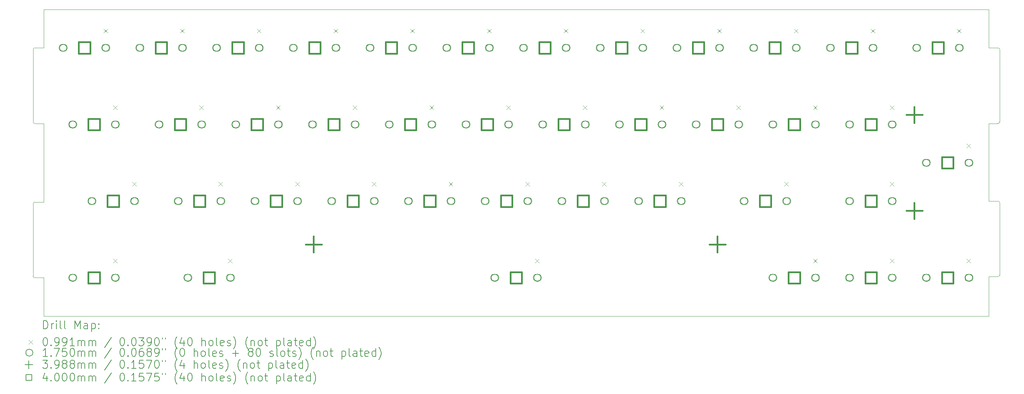
<source format=gbr>
%TF.GenerationSoftware,KiCad,Pcbnew,7.0.10*%
%TF.CreationDate,2024-04-25T18:18:34+01:00*%
%TF.ProjectId,keyboard,6b657962-6f61-4726-942e-6b696361645f,rev?*%
%TF.SameCoordinates,Original*%
%TF.FileFunction,Drillmap*%
%TF.FilePolarity,Positive*%
%FSLAX45Y45*%
G04 Gerber Fmt 4.5, Leading zero omitted, Abs format (unit mm)*
G04 Created by KiCad (PCBNEW 7.0.10) date 2024-04-25 18:18:34*
%MOMM*%
%LPD*%
G01*
G04 APERTURE LIST*
%ADD10C,0.100000*%
%ADD11C,0.200000*%
%ADD12C,0.175000*%
%ADD13C,0.398780*%
%ADD14C,0.400000*%
G04 APERTURE END LIST*
D10*
X25957500Y-10425000D02*
X25957500Y-11400000D01*
X26225000Y-8590000D02*
G75*
G03*
X26185000Y-8550000I-40000J0D01*
G01*
X25957500Y-6625000D02*
X25957500Y-8550000D01*
X26184716Y-6624716D02*
G75*
G03*
X26224716Y-6584716I4J39996D01*
G01*
X2557500Y-3800000D02*
X25957500Y-3800000D01*
X26184716Y-10424716D02*
X25957500Y-10425000D01*
X26224716Y-10384716D02*
X26225000Y-8590000D01*
X2330284Y-8575284D02*
G75*
G03*
X2290284Y-8615284I-4J-39996D01*
G01*
X25957500Y-3800000D02*
X25957500Y-4750000D01*
X26185000Y-4750000D02*
X25957500Y-4750000D01*
X2330284Y-8575284D02*
X2557500Y-8575000D01*
X26224716Y-6584716D02*
X26225000Y-4790000D01*
X2290000Y-10410000D02*
G75*
G03*
X2330000Y-10450000I40000J0D01*
G01*
X2557500Y-11400000D02*
X2557500Y-10450000D01*
X2331284Y-4750000D02*
X2558500Y-4750000D01*
X2330000Y-10450000D02*
X2557500Y-10450000D01*
X2558500Y-4750000D02*
X2557500Y-3800000D01*
X26184716Y-10424716D02*
G75*
G03*
X26224716Y-10384716I4J39996D01*
G01*
X2331284Y-4750004D02*
G75*
G03*
X2291284Y-4790000I-4J-39996D01*
G01*
X2290284Y-8615284D02*
X2290000Y-10410000D01*
X2557500Y-8575000D02*
X2558500Y-6624716D01*
X26184716Y-6624716D02*
X25957500Y-6625000D01*
X2291004Y-6584716D02*
G75*
G03*
X2331000Y-6624716I39996J-4D01*
G01*
X25957500Y-11400000D02*
X2557500Y-11400000D01*
X2331000Y-6624716D02*
X2558500Y-6624716D01*
X26185000Y-8550000D02*
X25957500Y-8550000D01*
X2291284Y-4790000D02*
X2291000Y-6584716D01*
X26225000Y-4790000D02*
G75*
G03*
X26185000Y-4750000I-40000J0D01*
G01*
D11*
D10*
X4034970Y-4280470D02*
X4134030Y-4379530D01*
X4134030Y-4280470D02*
X4034970Y-4379530D01*
X4272470Y-6180470D02*
X4371530Y-6279530D01*
X4371530Y-6180470D02*
X4272470Y-6279530D01*
X4272470Y-9980470D02*
X4371530Y-10079530D01*
X4371530Y-9980470D02*
X4272470Y-10079530D01*
X4747470Y-8080470D02*
X4846530Y-8179530D01*
X4846530Y-8080470D02*
X4747470Y-8179530D01*
X5934970Y-4280470D02*
X6034030Y-4379530D01*
X6034030Y-4280470D02*
X5934970Y-4379530D01*
X6409970Y-6180470D02*
X6509030Y-6279530D01*
X6509030Y-6180470D02*
X6409970Y-6279530D01*
X6884970Y-8080470D02*
X6984030Y-8179530D01*
X6984030Y-8080470D02*
X6884970Y-8179530D01*
X7122470Y-9980470D02*
X7221530Y-10079530D01*
X7221530Y-9980470D02*
X7122470Y-10079530D01*
X7834970Y-4280470D02*
X7934030Y-4379530D01*
X7934030Y-4280470D02*
X7834970Y-4379530D01*
X8309970Y-6180470D02*
X8409030Y-6279530D01*
X8409030Y-6180470D02*
X8309970Y-6279530D01*
X8784970Y-8080470D02*
X8884030Y-8179530D01*
X8884030Y-8080470D02*
X8784970Y-8179530D01*
X9734970Y-4280470D02*
X9834030Y-4379530D01*
X9834030Y-4280470D02*
X9734970Y-4379530D01*
X10209970Y-6180470D02*
X10309030Y-6279530D01*
X10309030Y-6180470D02*
X10209970Y-6279530D01*
X10684970Y-8080470D02*
X10784030Y-8179530D01*
X10784030Y-8080470D02*
X10684970Y-8179530D01*
X11634970Y-4280470D02*
X11734030Y-4379530D01*
X11734030Y-4280470D02*
X11634970Y-4379530D01*
X12109970Y-6180470D02*
X12209030Y-6279530D01*
X12209030Y-6180470D02*
X12109970Y-6279530D01*
X12584970Y-8080470D02*
X12684030Y-8179530D01*
X12684030Y-8080470D02*
X12584970Y-8179530D01*
X13534970Y-4280470D02*
X13634030Y-4379530D01*
X13634030Y-4280470D02*
X13534970Y-4379530D01*
X14009970Y-6180470D02*
X14109030Y-6279530D01*
X14109030Y-6180470D02*
X14009970Y-6279530D01*
X14484970Y-8080470D02*
X14584030Y-8179530D01*
X14584030Y-8080470D02*
X14484970Y-8179530D01*
X14722470Y-9980470D02*
X14821530Y-10079530D01*
X14821530Y-9980470D02*
X14722470Y-10079530D01*
X15434970Y-4280470D02*
X15534030Y-4379530D01*
X15534030Y-4280470D02*
X15434970Y-4379530D01*
X15909970Y-6180470D02*
X16009030Y-6279530D01*
X16009030Y-6180470D02*
X15909970Y-6279530D01*
X16384970Y-8080470D02*
X16484030Y-8179530D01*
X16484030Y-8080470D02*
X16384970Y-8179530D01*
X17334970Y-4280470D02*
X17434030Y-4379530D01*
X17434030Y-4280470D02*
X17334970Y-4379530D01*
X17809970Y-6180470D02*
X17909030Y-6279530D01*
X17909030Y-6180470D02*
X17809970Y-6279530D01*
X18284970Y-8080470D02*
X18384030Y-8179530D01*
X18384030Y-8080470D02*
X18284970Y-8179530D01*
X19234970Y-4280470D02*
X19334030Y-4379530D01*
X19334030Y-4280470D02*
X19234970Y-4379530D01*
X19709970Y-6180470D02*
X19809030Y-6279530D01*
X19809030Y-6180470D02*
X19709970Y-6279530D01*
X20897470Y-8080470D02*
X20996530Y-8179530D01*
X20996530Y-8080470D02*
X20897470Y-8179530D01*
X21134970Y-4280470D02*
X21234030Y-4379530D01*
X21234030Y-4280470D02*
X21134970Y-4379530D01*
X21609970Y-6180470D02*
X21709030Y-6279530D01*
X21709030Y-6180470D02*
X21609970Y-6279530D01*
X21609970Y-9980470D02*
X21709030Y-10079530D01*
X21709030Y-9980470D02*
X21609970Y-10079530D01*
X23034970Y-4280470D02*
X23134030Y-4379530D01*
X23134030Y-4280470D02*
X23034970Y-4379530D01*
X23509970Y-6180470D02*
X23609030Y-6279530D01*
X23609030Y-6180470D02*
X23509970Y-6279530D01*
X23509970Y-8080470D02*
X23609030Y-8179530D01*
X23609030Y-8080470D02*
X23509970Y-8179530D01*
X23509970Y-9980470D02*
X23609030Y-10079530D01*
X23609030Y-9980470D02*
X23509970Y-10079530D01*
X25172470Y-4280470D02*
X25271530Y-4379530D01*
X25271530Y-4280470D02*
X25172470Y-4379530D01*
X25409970Y-7130470D02*
X25509030Y-7229530D01*
X25509030Y-7130470D02*
X25409970Y-7229530D01*
X25409970Y-9980470D02*
X25509030Y-10079530D01*
X25509030Y-9980470D02*
X25409970Y-10079530D01*
D12*
X3122500Y-4750000D02*
G75*
G03*
X2947500Y-4750000I-87500J0D01*
G01*
X2947500Y-4750000D02*
G75*
G03*
X3122500Y-4750000I87500J0D01*
G01*
D10*
X3015000Y-4837500D02*
X3055000Y-4837500D01*
X3055000Y-4837500D02*
G75*
G03*
X3055000Y-4662500I0J87500D01*
G01*
X3055000Y-4662500D02*
X3015000Y-4662500D01*
X3015000Y-4662500D02*
G75*
G03*
X3015000Y-4837500I0J-87500D01*
G01*
D12*
X3360000Y-6650000D02*
G75*
G03*
X3185000Y-6650000I-87500J0D01*
G01*
X3185000Y-6650000D02*
G75*
G03*
X3360000Y-6650000I87500J0D01*
G01*
D10*
X3252500Y-6737500D02*
X3292500Y-6737500D01*
X3292500Y-6737500D02*
G75*
G03*
X3292500Y-6562500I0J87500D01*
G01*
X3292500Y-6562500D02*
X3252500Y-6562500D01*
X3252500Y-6562500D02*
G75*
G03*
X3252500Y-6737500I0J-87500D01*
G01*
D12*
X3360000Y-10450000D02*
G75*
G03*
X3185000Y-10450000I-87500J0D01*
G01*
X3185000Y-10450000D02*
G75*
G03*
X3360000Y-10450000I87500J0D01*
G01*
D10*
X3252500Y-10537500D02*
X3292500Y-10537500D01*
X3292500Y-10537500D02*
G75*
G03*
X3292500Y-10362500I0J87500D01*
G01*
X3292500Y-10362500D02*
X3252500Y-10362500D01*
X3252500Y-10362500D02*
G75*
G03*
X3252500Y-10537500I0J-87500D01*
G01*
D12*
X3835000Y-8550000D02*
G75*
G03*
X3660000Y-8550000I-87500J0D01*
G01*
X3660000Y-8550000D02*
G75*
G03*
X3835000Y-8550000I87500J0D01*
G01*
D10*
X3727500Y-8637500D02*
X3767500Y-8637500D01*
X3767500Y-8637500D02*
G75*
G03*
X3767500Y-8462500I0J87500D01*
G01*
X3767500Y-8462500D02*
X3727500Y-8462500D01*
X3727500Y-8462500D02*
G75*
G03*
X3727500Y-8637500I0J-87500D01*
G01*
D12*
X4177500Y-4750000D02*
G75*
G03*
X4002500Y-4750000I-87500J0D01*
G01*
X4002500Y-4750000D02*
G75*
G03*
X4177500Y-4750000I87500J0D01*
G01*
D10*
X4070000Y-4837500D02*
X4110000Y-4837500D01*
X4110000Y-4837500D02*
G75*
G03*
X4110000Y-4662500I0J87500D01*
G01*
X4110000Y-4662500D02*
X4070000Y-4662500D01*
X4070000Y-4662500D02*
G75*
G03*
X4070000Y-4837500I0J-87500D01*
G01*
D12*
X4415000Y-6650000D02*
G75*
G03*
X4240000Y-6650000I-87500J0D01*
G01*
X4240000Y-6650000D02*
G75*
G03*
X4415000Y-6650000I87500J0D01*
G01*
D10*
X4307500Y-6737500D02*
X4347500Y-6737500D01*
X4347500Y-6737500D02*
G75*
G03*
X4347500Y-6562500I0J87500D01*
G01*
X4347500Y-6562500D02*
X4307500Y-6562500D01*
X4307500Y-6562500D02*
G75*
G03*
X4307500Y-6737500I0J-87500D01*
G01*
D12*
X4415000Y-10450000D02*
G75*
G03*
X4240000Y-10450000I-87500J0D01*
G01*
X4240000Y-10450000D02*
G75*
G03*
X4415000Y-10450000I87500J0D01*
G01*
D10*
X4307500Y-10537500D02*
X4347500Y-10537500D01*
X4347500Y-10537500D02*
G75*
G03*
X4347500Y-10362500I0J87500D01*
G01*
X4347500Y-10362500D02*
X4307500Y-10362500D01*
X4307500Y-10362500D02*
G75*
G03*
X4307500Y-10537500I0J-87500D01*
G01*
D12*
X4890000Y-8550000D02*
G75*
G03*
X4715000Y-8550000I-87500J0D01*
G01*
X4715000Y-8550000D02*
G75*
G03*
X4890000Y-8550000I87500J0D01*
G01*
D10*
X4782500Y-8637500D02*
X4822500Y-8637500D01*
X4822500Y-8637500D02*
G75*
G03*
X4822500Y-8462500I0J87500D01*
G01*
X4822500Y-8462500D02*
X4782500Y-8462500D01*
X4782500Y-8462500D02*
G75*
G03*
X4782500Y-8637500I0J-87500D01*
G01*
D12*
X5022500Y-4750000D02*
G75*
G03*
X4847500Y-4750000I-87500J0D01*
G01*
X4847500Y-4750000D02*
G75*
G03*
X5022500Y-4750000I87500J0D01*
G01*
D10*
X4915000Y-4837500D02*
X4955000Y-4837500D01*
X4955000Y-4837500D02*
G75*
G03*
X4955000Y-4662500I0J87500D01*
G01*
X4955000Y-4662500D02*
X4915000Y-4662500D01*
X4915000Y-4662500D02*
G75*
G03*
X4915000Y-4837500I0J-87500D01*
G01*
D12*
X5497500Y-6650000D02*
G75*
G03*
X5322500Y-6650000I-87500J0D01*
G01*
X5322500Y-6650000D02*
G75*
G03*
X5497500Y-6650000I87500J0D01*
G01*
D10*
X5390000Y-6737500D02*
X5430000Y-6737500D01*
X5430000Y-6737500D02*
G75*
G03*
X5430000Y-6562500I0J87500D01*
G01*
X5430000Y-6562500D02*
X5390000Y-6562500D01*
X5390000Y-6562500D02*
G75*
G03*
X5390000Y-6737500I0J-87500D01*
G01*
D12*
X5972500Y-8550000D02*
G75*
G03*
X5797500Y-8550000I-87500J0D01*
G01*
X5797500Y-8550000D02*
G75*
G03*
X5972500Y-8550000I87500J0D01*
G01*
D10*
X5865000Y-8637500D02*
X5905000Y-8637500D01*
X5905000Y-8637500D02*
G75*
G03*
X5905000Y-8462500I0J87500D01*
G01*
X5905000Y-8462500D02*
X5865000Y-8462500D01*
X5865000Y-8462500D02*
G75*
G03*
X5865000Y-8637500I0J-87500D01*
G01*
D12*
X6077500Y-4750000D02*
G75*
G03*
X5902500Y-4750000I-87500J0D01*
G01*
X5902500Y-4750000D02*
G75*
G03*
X6077500Y-4750000I87500J0D01*
G01*
D10*
X5970000Y-4837500D02*
X6010000Y-4837500D01*
X6010000Y-4837500D02*
G75*
G03*
X6010000Y-4662500I0J87500D01*
G01*
X6010000Y-4662500D02*
X5970000Y-4662500D01*
X5970000Y-4662500D02*
G75*
G03*
X5970000Y-4837500I0J-87500D01*
G01*
D12*
X6210000Y-10450000D02*
G75*
G03*
X6035000Y-10450000I-87500J0D01*
G01*
X6035000Y-10450000D02*
G75*
G03*
X6210000Y-10450000I87500J0D01*
G01*
D10*
X6102500Y-10537500D02*
X6142500Y-10537500D01*
X6142500Y-10537500D02*
G75*
G03*
X6142500Y-10362500I0J87500D01*
G01*
X6142500Y-10362500D02*
X6102500Y-10362500D01*
X6102500Y-10362500D02*
G75*
G03*
X6102500Y-10537500I0J-87500D01*
G01*
D12*
X6552500Y-6650000D02*
G75*
G03*
X6377500Y-6650000I-87500J0D01*
G01*
X6377500Y-6650000D02*
G75*
G03*
X6552500Y-6650000I87500J0D01*
G01*
D10*
X6445000Y-6737500D02*
X6485000Y-6737500D01*
X6485000Y-6737500D02*
G75*
G03*
X6485000Y-6562500I0J87500D01*
G01*
X6485000Y-6562500D02*
X6445000Y-6562500D01*
X6445000Y-6562500D02*
G75*
G03*
X6445000Y-6737500I0J-87500D01*
G01*
D12*
X6922500Y-4750000D02*
G75*
G03*
X6747500Y-4750000I-87500J0D01*
G01*
X6747500Y-4750000D02*
G75*
G03*
X6922500Y-4750000I87500J0D01*
G01*
D10*
X6815000Y-4837500D02*
X6855000Y-4837500D01*
X6855000Y-4837500D02*
G75*
G03*
X6855000Y-4662500I0J87500D01*
G01*
X6855000Y-4662500D02*
X6815000Y-4662500D01*
X6815000Y-4662500D02*
G75*
G03*
X6815000Y-4837500I0J-87500D01*
G01*
D12*
X7027500Y-8550000D02*
G75*
G03*
X6852500Y-8550000I-87500J0D01*
G01*
X6852500Y-8550000D02*
G75*
G03*
X7027500Y-8550000I87500J0D01*
G01*
D10*
X6920000Y-8637500D02*
X6960000Y-8637500D01*
X6960000Y-8637500D02*
G75*
G03*
X6960000Y-8462500I0J87500D01*
G01*
X6960000Y-8462500D02*
X6920000Y-8462500D01*
X6920000Y-8462500D02*
G75*
G03*
X6920000Y-8637500I0J-87500D01*
G01*
D12*
X7265000Y-10450000D02*
G75*
G03*
X7090000Y-10450000I-87500J0D01*
G01*
X7090000Y-10450000D02*
G75*
G03*
X7265000Y-10450000I87500J0D01*
G01*
D10*
X7157500Y-10537500D02*
X7197500Y-10537500D01*
X7197500Y-10537500D02*
G75*
G03*
X7197500Y-10362500I0J87500D01*
G01*
X7197500Y-10362500D02*
X7157500Y-10362500D01*
X7157500Y-10362500D02*
G75*
G03*
X7157500Y-10537500I0J-87500D01*
G01*
D12*
X7397500Y-6650000D02*
G75*
G03*
X7222500Y-6650000I-87500J0D01*
G01*
X7222500Y-6650000D02*
G75*
G03*
X7397500Y-6650000I87500J0D01*
G01*
D10*
X7290000Y-6737500D02*
X7330000Y-6737500D01*
X7330000Y-6737500D02*
G75*
G03*
X7330000Y-6562500I0J87500D01*
G01*
X7330000Y-6562500D02*
X7290000Y-6562500D01*
X7290000Y-6562500D02*
G75*
G03*
X7290000Y-6737500I0J-87500D01*
G01*
D12*
X7872500Y-8550000D02*
G75*
G03*
X7697500Y-8550000I-87500J0D01*
G01*
X7697500Y-8550000D02*
G75*
G03*
X7872500Y-8550000I87500J0D01*
G01*
D10*
X7765000Y-8637500D02*
X7805000Y-8637500D01*
X7805000Y-8637500D02*
G75*
G03*
X7805000Y-8462500I0J87500D01*
G01*
X7805000Y-8462500D02*
X7765000Y-8462500D01*
X7765000Y-8462500D02*
G75*
G03*
X7765000Y-8637500I0J-87500D01*
G01*
D12*
X7977500Y-4750000D02*
G75*
G03*
X7802500Y-4750000I-87500J0D01*
G01*
X7802500Y-4750000D02*
G75*
G03*
X7977500Y-4750000I87500J0D01*
G01*
D10*
X7870000Y-4837500D02*
X7910000Y-4837500D01*
X7910000Y-4837500D02*
G75*
G03*
X7910000Y-4662500I0J87500D01*
G01*
X7910000Y-4662500D02*
X7870000Y-4662500D01*
X7870000Y-4662500D02*
G75*
G03*
X7870000Y-4837500I0J-87500D01*
G01*
D12*
X8452500Y-6650000D02*
G75*
G03*
X8277500Y-6650000I-87500J0D01*
G01*
X8277500Y-6650000D02*
G75*
G03*
X8452500Y-6650000I87500J0D01*
G01*
D10*
X8345000Y-6737500D02*
X8385000Y-6737500D01*
X8385000Y-6737500D02*
G75*
G03*
X8385000Y-6562500I0J87500D01*
G01*
X8385000Y-6562500D02*
X8345000Y-6562500D01*
X8345000Y-6562500D02*
G75*
G03*
X8345000Y-6737500I0J-87500D01*
G01*
D12*
X8822500Y-4750000D02*
G75*
G03*
X8647500Y-4750000I-87500J0D01*
G01*
X8647500Y-4750000D02*
G75*
G03*
X8822500Y-4750000I87500J0D01*
G01*
D10*
X8715000Y-4837500D02*
X8755000Y-4837500D01*
X8755000Y-4837500D02*
G75*
G03*
X8755000Y-4662500I0J87500D01*
G01*
X8755000Y-4662500D02*
X8715000Y-4662500D01*
X8715000Y-4662500D02*
G75*
G03*
X8715000Y-4837500I0J-87500D01*
G01*
D12*
X8927500Y-8550000D02*
G75*
G03*
X8752500Y-8550000I-87500J0D01*
G01*
X8752500Y-8550000D02*
G75*
G03*
X8927500Y-8550000I87500J0D01*
G01*
D10*
X8820000Y-8637500D02*
X8860000Y-8637500D01*
X8860000Y-8637500D02*
G75*
G03*
X8860000Y-8462500I0J87500D01*
G01*
X8860000Y-8462500D02*
X8820000Y-8462500D01*
X8820000Y-8462500D02*
G75*
G03*
X8820000Y-8637500I0J-87500D01*
G01*
D12*
X9297500Y-6650000D02*
G75*
G03*
X9122500Y-6650000I-87500J0D01*
G01*
X9122500Y-6650000D02*
G75*
G03*
X9297500Y-6650000I87500J0D01*
G01*
D10*
X9190000Y-6737500D02*
X9230000Y-6737500D01*
X9230000Y-6737500D02*
G75*
G03*
X9230000Y-6562500I0J87500D01*
G01*
X9230000Y-6562500D02*
X9190000Y-6562500D01*
X9190000Y-6562500D02*
G75*
G03*
X9190000Y-6737500I0J-87500D01*
G01*
D12*
X9772500Y-8550000D02*
G75*
G03*
X9597500Y-8550000I-87500J0D01*
G01*
X9597500Y-8550000D02*
G75*
G03*
X9772500Y-8550000I87500J0D01*
G01*
D10*
X9665000Y-8637500D02*
X9705000Y-8637500D01*
X9705000Y-8637500D02*
G75*
G03*
X9705000Y-8462500I0J87500D01*
G01*
X9705000Y-8462500D02*
X9665000Y-8462500D01*
X9665000Y-8462500D02*
G75*
G03*
X9665000Y-8637500I0J-87500D01*
G01*
D12*
X9877500Y-4750000D02*
G75*
G03*
X9702500Y-4750000I-87500J0D01*
G01*
X9702500Y-4750000D02*
G75*
G03*
X9877500Y-4750000I87500J0D01*
G01*
D10*
X9770000Y-4837500D02*
X9810000Y-4837500D01*
X9810000Y-4837500D02*
G75*
G03*
X9810000Y-4662500I0J87500D01*
G01*
X9810000Y-4662500D02*
X9770000Y-4662500D01*
X9770000Y-4662500D02*
G75*
G03*
X9770000Y-4837500I0J-87500D01*
G01*
D12*
X10352500Y-6650000D02*
G75*
G03*
X10177500Y-6650000I-87500J0D01*
G01*
X10177500Y-6650000D02*
G75*
G03*
X10352500Y-6650000I87500J0D01*
G01*
D10*
X10245000Y-6737500D02*
X10285000Y-6737500D01*
X10285000Y-6737500D02*
G75*
G03*
X10285000Y-6562500I0J87500D01*
G01*
X10285000Y-6562500D02*
X10245000Y-6562500D01*
X10245000Y-6562500D02*
G75*
G03*
X10245000Y-6737500I0J-87500D01*
G01*
D12*
X10722500Y-4750000D02*
G75*
G03*
X10547500Y-4750000I-87500J0D01*
G01*
X10547500Y-4750000D02*
G75*
G03*
X10722500Y-4750000I87500J0D01*
G01*
D10*
X10615000Y-4837500D02*
X10655000Y-4837500D01*
X10655000Y-4837500D02*
G75*
G03*
X10655000Y-4662500I0J87500D01*
G01*
X10655000Y-4662500D02*
X10615000Y-4662500D01*
X10615000Y-4662500D02*
G75*
G03*
X10615000Y-4837500I0J-87500D01*
G01*
D12*
X10827500Y-8550000D02*
G75*
G03*
X10652500Y-8550000I-87500J0D01*
G01*
X10652500Y-8550000D02*
G75*
G03*
X10827500Y-8550000I87500J0D01*
G01*
D10*
X10720000Y-8637500D02*
X10760000Y-8637500D01*
X10760000Y-8637500D02*
G75*
G03*
X10760000Y-8462500I0J87500D01*
G01*
X10760000Y-8462500D02*
X10720000Y-8462500D01*
X10720000Y-8462500D02*
G75*
G03*
X10720000Y-8637500I0J-87500D01*
G01*
D12*
X11197500Y-6650000D02*
G75*
G03*
X11022500Y-6650000I-87500J0D01*
G01*
X11022500Y-6650000D02*
G75*
G03*
X11197500Y-6650000I87500J0D01*
G01*
D10*
X11090000Y-6737500D02*
X11130000Y-6737500D01*
X11130000Y-6737500D02*
G75*
G03*
X11130000Y-6562500I0J87500D01*
G01*
X11130000Y-6562500D02*
X11090000Y-6562500D01*
X11090000Y-6562500D02*
G75*
G03*
X11090000Y-6737500I0J-87500D01*
G01*
D12*
X11672500Y-8550000D02*
G75*
G03*
X11497500Y-8550000I-87500J0D01*
G01*
X11497500Y-8550000D02*
G75*
G03*
X11672500Y-8550000I87500J0D01*
G01*
D10*
X11565000Y-8637500D02*
X11605000Y-8637500D01*
X11605000Y-8637500D02*
G75*
G03*
X11605000Y-8462500I0J87500D01*
G01*
X11605000Y-8462500D02*
X11565000Y-8462500D01*
X11565000Y-8462500D02*
G75*
G03*
X11565000Y-8637500I0J-87500D01*
G01*
D12*
X11777500Y-4750000D02*
G75*
G03*
X11602500Y-4750000I-87500J0D01*
G01*
X11602500Y-4750000D02*
G75*
G03*
X11777500Y-4750000I87500J0D01*
G01*
D10*
X11670000Y-4837500D02*
X11710000Y-4837500D01*
X11710000Y-4837500D02*
G75*
G03*
X11710000Y-4662500I0J87500D01*
G01*
X11710000Y-4662500D02*
X11670000Y-4662500D01*
X11670000Y-4662500D02*
G75*
G03*
X11670000Y-4837500I0J-87500D01*
G01*
D12*
X12252500Y-6650000D02*
G75*
G03*
X12077500Y-6650000I-87500J0D01*
G01*
X12077500Y-6650000D02*
G75*
G03*
X12252500Y-6650000I87500J0D01*
G01*
D10*
X12145000Y-6737500D02*
X12185000Y-6737500D01*
X12185000Y-6737500D02*
G75*
G03*
X12185000Y-6562500I0J87500D01*
G01*
X12185000Y-6562500D02*
X12145000Y-6562500D01*
X12145000Y-6562500D02*
G75*
G03*
X12145000Y-6737500I0J-87500D01*
G01*
D12*
X12622500Y-4750000D02*
G75*
G03*
X12447500Y-4750000I-87500J0D01*
G01*
X12447500Y-4750000D02*
G75*
G03*
X12622500Y-4750000I87500J0D01*
G01*
D10*
X12515000Y-4837500D02*
X12555000Y-4837500D01*
X12555000Y-4837500D02*
G75*
G03*
X12555000Y-4662500I0J87500D01*
G01*
X12555000Y-4662500D02*
X12515000Y-4662500D01*
X12515000Y-4662500D02*
G75*
G03*
X12515000Y-4837500I0J-87500D01*
G01*
D12*
X12727500Y-8550000D02*
G75*
G03*
X12552500Y-8550000I-87500J0D01*
G01*
X12552500Y-8550000D02*
G75*
G03*
X12727500Y-8550000I87500J0D01*
G01*
D10*
X12620000Y-8637500D02*
X12660000Y-8637500D01*
X12660000Y-8637500D02*
G75*
G03*
X12660000Y-8462500I0J87500D01*
G01*
X12660000Y-8462500D02*
X12620000Y-8462500D01*
X12620000Y-8462500D02*
G75*
G03*
X12620000Y-8637500I0J-87500D01*
G01*
D12*
X13097500Y-6650000D02*
G75*
G03*
X12922500Y-6650000I-87500J0D01*
G01*
X12922500Y-6650000D02*
G75*
G03*
X13097500Y-6650000I87500J0D01*
G01*
D10*
X12990000Y-6737500D02*
X13030000Y-6737500D01*
X13030000Y-6737500D02*
G75*
G03*
X13030000Y-6562500I0J87500D01*
G01*
X13030000Y-6562500D02*
X12990000Y-6562500D01*
X12990000Y-6562500D02*
G75*
G03*
X12990000Y-6737500I0J-87500D01*
G01*
D12*
X13572500Y-8550000D02*
G75*
G03*
X13397500Y-8550000I-87500J0D01*
G01*
X13397500Y-8550000D02*
G75*
G03*
X13572500Y-8550000I87500J0D01*
G01*
D10*
X13465000Y-8637500D02*
X13505000Y-8637500D01*
X13505000Y-8637500D02*
G75*
G03*
X13505000Y-8462500I0J87500D01*
G01*
X13505000Y-8462500D02*
X13465000Y-8462500D01*
X13465000Y-8462500D02*
G75*
G03*
X13465000Y-8637500I0J-87500D01*
G01*
D12*
X13677500Y-4750000D02*
G75*
G03*
X13502500Y-4750000I-87500J0D01*
G01*
X13502500Y-4750000D02*
G75*
G03*
X13677500Y-4750000I87500J0D01*
G01*
D10*
X13570000Y-4837500D02*
X13610000Y-4837500D01*
X13610000Y-4837500D02*
G75*
G03*
X13610000Y-4662500I0J87500D01*
G01*
X13610000Y-4662500D02*
X13570000Y-4662500D01*
X13570000Y-4662500D02*
G75*
G03*
X13570000Y-4837500I0J-87500D01*
G01*
D12*
X13810000Y-10450000D02*
G75*
G03*
X13635000Y-10450000I-87500J0D01*
G01*
X13635000Y-10450000D02*
G75*
G03*
X13810000Y-10450000I87500J0D01*
G01*
D10*
X13702500Y-10537500D02*
X13742500Y-10537500D01*
X13742500Y-10537500D02*
G75*
G03*
X13742500Y-10362500I0J87500D01*
G01*
X13742500Y-10362500D02*
X13702500Y-10362500D01*
X13702500Y-10362500D02*
G75*
G03*
X13702500Y-10537500I0J-87500D01*
G01*
D12*
X14152500Y-6650000D02*
G75*
G03*
X13977500Y-6650000I-87500J0D01*
G01*
X13977500Y-6650000D02*
G75*
G03*
X14152500Y-6650000I87500J0D01*
G01*
D10*
X14045000Y-6737500D02*
X14085000Y-6737500D01*
X14085000Y-6737500D02*
G75*
G03*
X14085000Y-6562500I0J87500D01*
G01*
X14085000Y-6562500D02*
X14045000Y-6562500D01*
X14045000Y-6562500D02*
G75*
G03*
X14045000Y-6737500I0J-87500D01*
G01*
D12*
X14522500Y-4750000D02*
G75*
G03*
X14347500Y-4750000I-87500J0D01*
G01*
X14347500Y-4750000D02*
G75*
G03*
X14522500Y-4750000I87500J0D01*
G01*
D10*
X14415000Y-4837500D02*
X14455000Y-4837500D01*
X14455000Y-4837500D02*
G75*
G03*
X14455000Y-4662500I0J87500D01*
G01*
X14455000Y-4662500D02*
X14415000Y-4662500D01*
X14415000Y-4662500D02*
G75*
G03*
X14415000Y-4837500I0J-87500D01*
G01*
D12*
X14627500Y-8550000D02*
G75*
G03*
X14452500Y-8550000I-87500J0D01*
G01*
X14452500Y-8550000D02*
G75*
G03*
X14627500Y-8550000I87500J0D01*
G01*
D10*
X14520000Y-8637500D02*
X14560000Y-8637500D01*
X14560000Y-8637500D02*
G75*
G03*
X14560000Y-8462500I0J87500D01*
G01*
X14560000Y-8462500D02*
X14520000Y-8462500D01*
X14520000Y-8462500D02*
G75*
G03*
X14520000Y-8637500I0J-87500D01*
G01*
D12*
X14865000Y-10450000D02*
G75*
G03*
X14690000Y-10450000I-87500J0D01*
G01*
X14690000Y-10450000D02*
G75*
G03*
X14865000Y-10450000I87500J0D01*
G01*
D10*
X14757500Y-10537500D02*
X14797500Y-10537500D01*
X14797500Y-10537500D02*
G75*
G03*
X14797500Y-10362500I0J87500D01*
G01*
X14797500Y-10362500D02*
X14757500Y-10362500D01*
X14757500Y-10362500D02*
G75*
G03*
X14757500Y-10537500I0J-87500D01*
G01*
D12*
X14997500Y-6650000D02*
G75*
G03*
X14822500Y-6650000I-87500J0D01*
G01*
X14822500Y-6650000D02*
G75*
G03*
X14997500Y-6650000I87500J0D01*
G01*
D10*
X14890000Y-6737500D02*
X14930000Y-6737500D01*
X14930000Y-6737500D02*
G75*
G03*
X14930000Y-6562500I0J87500D01*
G01*
X14930000Y-6562500D02*
X14890000Y-6562500D01*
X14890000Y-6562500D02*
G75*
G03*
X14890000Y-6737500I0J-87500D01*
G01*
D12*
X15472500Y-8550000D02*
G75*
G03*
X15297500Y-8550000I-87500J0D01*
G01*
X15297500Y-8550000D02*
G75*
G03*
X15472500Y-8550000I87500J0D01*
G01*
D10*
X15365000Y-8637500D02*
X15405000Y-8637500D01*
X15405000Y-8637500D02*
G75*
G03*
X15405000Y-8462500I0J87500D01*
G01*
X15405000Y-8462500D02*
X15365000Y-8462500D01*
X15365000Y-8462500D02*
G75*
G03*
X15365000Y-8637500I0J-87500D01*
G01*
D12*
X15577500Y-4750000D02*
G75*
G03*
X15402500Y-4750000I-87500J0D01*
G01*
X15402500Y-4750000D02*
G75*
G03*
X15577500Y-4750000I87500J0D01*
G01*
D10*
X15470000Y-4837500D02*
X15510000Y-4837500D01*
X15510000Y-4837500D02*
G75*
G03*
X15510000Y-4662500I0J87500D01*
G01*
X15510000Y-4662500D02*
X15470000Y-4662500D01*
X15470000Y-4662500D02*
G75*
G03*
X15470000Y-4837500I0J-87500D01*
G01*
D12*
X16052500Y-6650000D02*
G75*
G03*
X15877500Y-6650000I-87500J0D01*
G01*
X15877500Y-6650000D02*
G75*
G03*
X16052500Y-6650000I87500J0D01*
G01*
D10*
X15945000Y-6737500D02*
X15985000Y-6737500D01*
X15985000Y-6737500D02*
G75*
G03*
X15985000Y-6562500I0J87500D01*
G01*
X15985000Y-6562500D02*
X15945000Y-6562500D01*
X15945000Y-6562500D02*
G75*
G03*
X15945000Y-6737500I0J-87500D01*
G01*
D12*
X16422500Y-4750000D02*
G75*
G03*
X16247500Y-4750000I-87500J0D01*
G01*
X16247500Y-4750000D02*
G75*
G03*
X16422500Y-4750000I87500J0D01*
G01*
D10*
X16315000Y-4837500D02*
X16355000Y-4837500D01*
X16355000Y-4837500D02*
G75*
G03*
X16355000Y-4662500I0J87500D01*
G01*
X16355000Y-4662500D02*
X16315000Y-4662500D01*
X16315000Y-4662500D02*
G75*
G03*
X16315000Y-4837500I0J-87500D01*
G01*
D12*
X16527500Y-8550000D02*
G75*
G03*
X16352500Y-8550000I-87500J0D01*
G01*
X16352500Y-8550000D02*
G75*
G03*
X16527500Y-8550000I87500J0D01*
G01*
D10*
X16420000Y-8637500D02*
X16460000Y-8637500D01*
X16460000Y-8637500D02*
G75*
G03*
X16460000Y-8462500I0J87500D01*
G01*
X16460000Y-8462500D02*
X16420000Y-8462500D01*
X16420000Y-8462500D02*
G75*
G03*
X16420000Y-8637500I0J-87500D01*
G01*
D12*
X16897500Y-6650000D02*
G75*
G03*
X16722500Y-6650000I-87500J0D01*
G01*
X16722500Y-6650000D02*
G75*
G03*
X16897500Y-6650000I87500J0D01*
G01*
D10*
X16790000Y-6737500D02*
X16830000Y-6737500D01*
X16830000Y-6737500D02*
G75*
G03*
X16830000Y-6562500I0J87500D01*
G01*
X16830000Y-6562500D02*
X16790000Y-6562500D01*
X16790000Y-6562500D02*
G75*
G03*
X16790000Y-6737500I0J-87500D01*
G01*
D12*
X17372500Y-8550000D02*
G75*
G03*
X17197500Y-8550000I-87500J0D01*
G01*
X17197500Y-8550000D02*
G75*
G03*
X17372500Y-8550000I87500J0D01*
G01*
D10*
X17265000Y-8637500D02*
X17305000Y-8637500D01*
X17305000Y-8637500D02*
G75*
G03*
X17305000Y-8462500I0J87500D01*
G01*
X17305000Y-8462500D02*
X17265000Y-8462500D01*
X17265000Y-8462500D02*
G75*
G03*
X17265000Y-8637500I0J-87500D01*
G01*
D12*
X17477500Y-4750000D02*
G75*
G03*
X17302500Y-4750000I-87500J0D01*
G01*
X17302500Y-4750000D02*
G75*
G03*
X17477500Y-4750000I87500J0D01*
G01*
D10*
X17370000Y-4837500D02*
X17410000Y-4837500D01*
X17410000Y-4837500D02*
G75*
G03*
X17410000Y-4662500I0J87500D01*
G01*
X17410000Y-4662500D02*
X17370000Y-4662500D01*
X17370000Y-4662500D02*
G75*
G03*
X17370000Y-4837500I0J-87500D01*
G01*
D12*
X17952500Y-6650000D02*
G75*
G03*
X17777500Y-6650000I-87500J0D01*
G01*
X17777500Y-6650000D02*
G75*
G03*
X17952500Y-6650000I87500J0D01*
G01*
D10*
X17845000Y-6737500D02*
X17885000Y-6737500D01*
X17885000Y-6737500D02*
G75*
G03*
X17885000Y-6562500I0J87500D01*
G01*
X17885000Y-6562500D02*
X17845000Y-6562500D01*
X17845000Y-6562500D02*
G75*
G03*
X17845000Y-6737500I0J-87500D01*
G01*
D12*
X18322500Y-4750000D02*
G75*
G03*
X18147500Y-4750000I-87500J0D01*
G01*
X18147500Y-4750000D02*
G75*
G03*
X18322500Y-4750000I87500J0D01*
G01*
D10*
X18215000Y-4837500D02*
X18255000Y-4837500D01*
X18255000Y-4837500D02*
G75*
G03*
X18255000Y-4662500I0J87500D01*
G01*
X18255000Y-4662500D02*
X18215000Y-4662500D01*
X18215000Y-4662500D02*
G75*
G03*
X18215000Y-4837500I0J-87500D01*
G01*
D12*
X18427500Y-8550000D02*
G75*
G03*
X18252500Y-8550000I-87500J0D01*
G01*
X18252500Y-8550000D02*
G75*
G03*
X18427500Y-8550000I87500J0D01*
G01*
D10*
X18320000Y-8637500D02*
X18360000Y-8637500D01*
X18360000Y-8637500D02*
G75*
G03*
X18360000Y-8462500I0J87500D01*
G01*
X18360000Y-8462500D02*
X18320000Y-8462500D01*
X18320000Y-8462500D02*
G75*
G03*
X18320000Y-8637500I0J-87500D01*
G01*
D12*
X18797500Y-6650000D02*
G75*
G03*
X18622500Y-6650000I-87500J0D01*
G01*
X18622500Y-6650000D02*
G75*
G03*
X18797500Y-6650000I87500J0D01*
G01*
D10*
X18690000Y-6737500D02*
X18730000Y-6737500D01*
X18730000Y-6737500D02*
G75*
G03*
X18730000Y-6562500I0J87500D01*
G01*
X18730000Y-6562500D02*
X18690000Y-6562500D01*
X18690000Y-6562500D02*
G75*
G03*
X18690000Y-6737500I0J-87500D01*
G01*
D12*
X19377500Y-4750000D02*
G75*
G03*
X19202500Y-4750000I-87500J0D01*
G01*
X19202500Y-4750000D02*
G75*
G03*
X19377500Y-4750000I87500J0D01*
G01*
D10*
X19270000Y-4837500D02*
X19310000Y-4837500D01*
X19310000Y-4837500D02*
G75*
G03*
X19310000Y-4662500I0J87500D01*
G01*
X19310000Y-4662500D02*
X19270000Y-4662500D01*
X19270000Y-4662500D02*
G75*
G03*
X19270000Y-4837500I0J-87500D01*
G01*
D12*
X19852500Y-6650000D02*
G75*
G03*
X19677500Y-6650000I-87500J0D01*
G01*
X19677500Y-6650000D02*
G75*
G03*
X19852500Y-6650000I87500J0D01*
G01*
D10*
X19745000Y-6737500D02*
X19785000Y-6737500D01*
X19785000Y-6737500D02*
G75*
G03*
X19785000Y-6562500I0J87500D01*
G01*
X19785000Y-6562500D02*
X19745000Y-6562500D01*
X19745000Y-6562500D02*
G75*
G03*
X19745000Y-6737500I0J-87500D01*
G01*
D12*
X19985000Y-8550000D02*
G75*
G03*
X19810000Y-8550000I-87500J0D01*
G01*
X19810000Y-8550000D02*
G75*
G03*
X19985000Y-8550000I87500J0D01*
G01*
D10*
X19877500Y-8637500D02*
X19917500Y-8637500D01*
X19917500Y-8637500D02*
G75*
G03*
X19917500Y-8462500I0J87500D01*
G01*
X19917500Y-8462500D02*
X19877500Y-8462500D01*
X19877500Y-8462500D02*
G75*
G03*
X19877500Y-8637500I0J-87500D01*
G01*
D12*
X20222500Y-4750000D02*
G75*
G03*
X20047500Y-4750000I-87500J0D01*
G01*
X20047500Y-4750000D02*
G75*
G03*
X20222500Y-4750000I87500J0D01*
G01*
D10*
X20115000Y-4837500D02*
X20155000Y-4837500D01*
X20155000Y-4837500D02*
G75*
G03*
X20155000Y-4662500I0J87500D01*
G01*
X20155000Y-4662500D02*
X20115000Y-4662500D01*
X20115000Y-4662500D02*
G75*
G03*
X20115000Y-4837500I0J-87500D01*
G01*
D12*
X20697500Y-6650000D02*
G75*
G03*
X20522500Y-6650000I-87500J0D01*
G01*
X20522500Y-6650000D02*
G75*
G03*
X20697500Y-6650000I87500J0D01*
G01*
D10*
X20590000Y-6737500D02*
X20630000Y-6737500D01*
X20630000Y-6737500D02*
G75*
G03*
X20630000Y-6562500I0J87500D01*
G01*
X20630000Y-6562500D02*
X20590000Y-6562500D01*
X20590000Y-6562500D02*
G75*
G03*
X20590000Y-6737500I0J-87500D01*
G01*
D12*
X20697500Y-10450000D02*
G75*
G03*
X20522500Y-10450000I-87500J0D01*
G01*
X20522500Y-10450000D02*
G75*
G03*
X20697500Y-10450000I87500J0D01*
G01*
D10*
X20590000Y-10537500D02*
X20630000Y-10537500D01*
X20630000Y-10537500D02*
G75*
G03*
X20630000Y-10362500I0J87500D01*
G01*
X20630000Y-10362500D02*
X20590000Y-10362500D01*
X20590000Y-10362500D02*
G75*
G03*
X20590000Y-10537500I0J-87500D01*
G01*
D12*
X21040000Y-8550000D02*
G75*
G03*
X20865000Y-8550000I-87500J0D01*
G01*
X20865000Y-8550000D02*
G75*
G03*
X21040000Y-8550000I87500J0D01*
G01*
D10*
X20932500Y-8637500D02*
X20972500Y-8637500D01*
X20972500Y-8637500D02*
G75*
G03*
X20972500Y-8462500I0J87500D01*
G01*
X20972500Y-8462500D02*
X20932500Y-8462500D01*
X20932500Y-8462500D02*
G75*
G03*
X20932500Y-8637500I0J-87500D01*
G01*
D12*
X21277500Y-4750000D02*
G75*
G03*
X21102500Y-4750000I-87500J0D01*
G01*
X21102500Y-4750000D02*
G75*
G03*
X21277500Y-4750000I87500J0D01*
G01*
D10*
X21170000Y-4837500D02*
X21210000Y-4837500D01*
X21210000Y-4837500D02*
G75*
G03*
X21210000Y-4662500I0J87500D01*
G01*
X21210000Y-4662500D02*
X21170000Y-4662500D01*
X21170000Y-4662500D02*
G75*
G03*
X21170000Y-4837500I0J-87500D01*
G01*
D12*
X21752500Y-6650000D02*
G75*
G03*
X21577500Y-6650000I-87500J0D01*
G01*
X21577500Y-6650000D02*
G75*
G03*
X21752500Y-6650000I87500J0D01*
G01*
D10*
X21645000Y-6737500D02*
X21685000Y-6737500D01*
X21685000Y-6737500D02*
G75*
G03*
X21685000Y-6562500I0J87500D01*
G01*
X21685000Y-6562500D02*
X21645000Y-6562500D01*
X21645000Y-6562500D02*
G75*
G03*
X21645000Y-6737500I0J-87500D01*
G01*
D12*
X21752500Y-10450000D02*
G75*
G03*
X21577500Y-10450000I-87500J0D01*
G01*
X21577500Y-10450000D02*
G75*
G03*
X21752500Y-10450000I87500J0D01*
G01*
D10*
X21645000Y-10537500D02*
X21685000Y-10537500D01*
X21685000Y-10537500D02*
G75*
G03*
X21685000Y-10362500I0J87500D01*
G01*
X21685000Y-10362500D02*
X21645000Y-10362500D01*
X21645000Y-10362500D02*
G75*
G03*
X21645000Y-10537500I0J-87500D01*
G01*
D12*
X22122500Y-4750000D02*
G75*
G03*
X21947500Y-4750000I-87500J0D01*
G01*
X21947500Y-4750000D02*
G75*
G03*
X22122500Y-4750000I87500J0D01*
G01*
D10*
X22015000Y-4837500D02*
X22055000Y-4837500D01*
X22055000Y-4837500D02*
G75*
G03*
X22055000Y-4662500I0J87500D01*
G01*
X22055000Y-4662500D02*
X22015000Y-4662500D01*
X22015000Y-4662500D02*
G75*
G03*
X22015000Y-4837500I0J-87500D01*
G01*
D12*
X22597500Y-6650000D02*
G75*
G03*
X22422500Y-6650000I-87500J0D01*
G01*
X22422500Y-6650000D02*
G75*
G03*
X22597500Y-6650000I87500J0D01*
G01*
D10*
X22490000Y-6737500D02*
X22530000Y-6737500D01*
X22530000Y-6737500D02*
G75*
G03*
X22530000Y-6562500I0J87500D01*
G01*
X22530000Y-6562500D02*
X22490000Y-6562500D01*
X22490000Y-6562500D02*
G75*
G03*
X22490000Y-6737500I0J-87500D01*
G01*
D12*
X22597500Y-8550000D02*
G75*
G03*
X22422500Y-8550000I-87500J0D01*
G01*
X22422500Y-8550000D02*
G75*
G03*
X22597500Y-8550000I87500J0D01*
G01*
D10*
X22490000Y-8637500D02*
X22530000Y-8637500D01*
X22530000Y-8637500D02*
G75*
G03*
X22530000Y-8462500I0J87500D01*
G01*
X22530000Y-8462500D02*
X22490000Y-8462500D01*
X22490000Y-8462500D02*
G75*
G03*
X22490000Y-8637500I0J-87500D01*
G01*
D12*
X22597500Y-10450000D02*
G75*
G03*
X22422500Y-10450000I-87500J0D01*
G01*
X22422500Y-10450000D02*
G75*
G03*
X22597500Y-10450000I87500J0D01*
G01*
D10*
X22490000Y-10537500D02*
X22530000Y-10537500D01*
X22530000Y-10537500D02*
G75*
G03*
X22530000Y-10362500I0J87500D01*
G01*
X22530000Y-10362500D02*
X22490000Y-10362500D01*
X22490000Y-10362500D02*
G75*
G03*
X22490000Y-10537500I0J-87500D01*
G01*
D12*
X23177500Y-4750000D02*
G75*
G03*
X23002500Y-4750000I-87500J0D01*
G01*
X23002500Y-4750000D02*
G75*
G03*
X23177500Y-4750000I87500J0D01*
G01*
D10*
X23070000Y-4837500D02*
X23110000Y-4837500D01*
X23110000Y-4837500D02*
G75*
G03*
X23110000Y-4662500I0J87500D01*
G01*
X23110000Y-4662500D02*
X23070000Y-4662500D01*
X23070000Y-4662500D02*
G75*
G03*
X23070000Y-4837500I0J-87500D01*
G01*
D12*
X23652500Y-6650000D02*
G75*
G03*
X23477500Y-6650000I-87500J0D01*
G01*
X23477500Y-6650000D02*
G75*
G03*
X23652500Y-6650000I87500J0D01*
G01*
D10*
X23545000Y-6737500D02*
X23585000Y-6737500D01*
X23585000Y-6737500D02*
G75*
G03*
X23585000Y-6562500I0J87500D01*
G01*
X23585000Y-6562500D02*
X23545000Y-6562500D01*
X23545000Y-6562500D02*
G75*
G03*
X23545000Y-6737500I0J-87500D01*
G01*
D12*
X23652500Y-8550000D02*
G75*
G03*
X23477500Y-8550000I-87500J0D01*
G01*
X23477500Y-8550000D02*
G75*
G03*
X23652500Y-8550000I87500J0D01*
G01*
D10*
X23545000Y-8637500D02*
X23585000Y-8637500D01*
X23585000Y-8637500D02*
G75*
G03*
X23585000Y-8462500I0J87500D01*
G01*
X23585000Y-8462500D02*
X23545000Y-8462500D01*
X23545000Y-8462500D02*
G75*
G03*
X23545000Y-8637500I0J-87500D01*
G01*
D12*
X23652500Y-10450000D02*
G75*
G03*
X23477500Y-10450000I-87500J0D01*
G01*
X23477500Y-10450000D02*
G75*
G03*
X23652500Y-10450000I87500J0D01*
G01*
D10*
X23545000Y-10537500D02*
X23585000Y-10537500D01*
X23585000Y-10537500D02*
G75*
G03*
X23585000Y-10362500I0J87500D01*
G01*
X23585000Y-10362500D02*
X23545000Y-10362500D01*
X23545000Y-10362500D02*
G75*
G03*
X23545000Y-10537500I0J-87500D01*
G01*
D12*
X24260000Y-4750000D02*
G75*
G03*
X24085000Y-4750000I-87500J0D01*
G01*
X24085000Y-4750000D02*
G75*
G03*
X24260000Y-4750000I87500J0D01*
G01*
D10*
X24152500Y-4837500D02*
X24192500Y-4837500D01*
X24192500Y-4837500D02*
G75*
G03*
X24192500Y-4662500I0J87500D01*
G01*
X24192500Y-4662500D02*
X24152500Y-4662500D01*
X24152500Y-4662500D02*
G75*
G03*
X24152500Y-4837500I0J-87500D01*
G01*
D12*
X24497500Y-7600000D02*
G75*
G03*
X24322500Y-7600000I-87500J0D01*
G01*
X24322500Y-7600000D02*
G75*
G03*
X24497500Y-7600000I87500J0D01*
G01*
D10*
X24390000Y-7687500D02*
X24430000Y-7687500D01*
X24430000Y-7687500D02*
G75*
G03*
X24430000Y-7512500I0J87500D01*
G01*
X24430000Y-7512500D02*
X24390000Y-7512500D01*
X24390000Y-7512500D02*
G75*
G03*
X24390000Y-7687500I0J-87500D01*
G01*
D12*
X24497500Y-10450000D02*
G75*
G03*
X24322500Y-10450000I-87500J0D01*
G01*
X24322500Y-10450000D02*
G75*
G03*
X24497500Y-10450000I87500J0D01*
G01*
D10*
X24390000Y-10537500D02*
X24430000Y-10537500D01*
X24430000Y-10537500D02*
G75*
G03*
X24430000Y-10362500I0J87500D01*
G01*
X24430000Y-10362500D02*
X24390000Y-10362500D01*
X24390000Y-10362500D02*
G75*
G03*
X24390000Y-10537500I0J-87500D01*
G01*
D12*
X25315000Y-4750000D02*
G75*
G03*
X25140000Y-4750000I-87500J0D01*
G01*
X25140000Y-4750000D02*
G75*
G03*
X25315000Y-4750000I87500J0D01*
G01*
D10*
X25207500Y-4837500D02*
X25247500Y-4837500D01*
X25247500Y-4837500D02*
G75*
G03*
X25247500Y-4662500I0J87500D01*
G01*
X25247500Y-4662500D02*
X25207500Y-4662500D01*
X25207500Y-4662500D02*
G75*
G03*
X25207500Y-4837500I0J-87500D01*
G01*
D12*
X25552500Y-7600000D02*
G75*
G03*
X25377500Y-7600000I-87500J0D01*
G01*
X25377500Y-7600000D02*
G75*
G03*
X25552500Y-7600000I87500J0D01*
G01*
D10*
X25445000Y-7687500D02*
X25485000Y-7687500D01*
X25485000Y-7687500D02*
G75*
G03*
X25485000Y-7512500I0J87500D01*
G01*
X25485000Y-7512500D02*
X25445000Y-7512500D01*
X25445000Y-7512500D02*
G75*
G03*
X25445000Y-7687500I0J-87500D01*
G01*
D12*
X25552500Y-10450000D02*
G75*
G03*
X25377500Y-10450000I-87500J0D01*
G01*
X25377500Y-10450000D02*
G75*
G03*
X25552500Y-10450000I87500J0D01*
G01*
D10*
X25445000Y-10537500D02*
X25485000Y-10537500D01*
X25485000Y-10537500D02*
G75*
G03*
X25485000Y-10362500I0J87500D01*
G01*
X25485000Y-10362500D02*
X25445000Y-10362500D01*
X25445000Y-10362500D02*
G75*
G03*
X25445000Y-10537500I0J-87500D01*
G01*
D13*
X9236250Y-9425110D02*
X9236250Y-9823890D01*
X9036860Y-9624500D02*
X9435640Y-9624500D01*
X19237500Y-9425110D02*
X19237500Y-9823890D01*
X19038110Y-9624500D02*
X19436890Y-9624500D01*
X24112000Y-6209985D02*
X24112000Y-6608765D01*
X23912610Y-6409375D02*
X24311390Y-6409375D01*
X24112000Y-8591235D02*
X24112000Y-8990015D01*
X23912610Y-8790625D02*
X24311390Y-8790625D01*
D14*
X3703923Y-4891423D02*
X3703923Y-4608577D01*
X3421077Y-4608577D01*
X3421077Y-4891423D01*
X3703923Y-4891423D01*
X3941423Y-6791423D02*
X3941423Y-6508577D01*
X3658577Y-6508577D01*
X3658577Y-6791423D01*
X3941423Y-6791423D01*
X3941423Y-10591423D02*
X3941423Y-10308577D01*
X3658577Y-10308577D01*
X3658577Y-10591423D01*
X3941423Y-10591423D01*
X4416423Y-8691423D02*
X4416423Y-8408577D01*
X4133577Y-8408577D01*
X4133577Y-8691423D01*
X4416423Y-8691423D01*
X5603923Y-4891423D02*
X5603923Y-4608577D01*
X5321077Y-4608577D01*
X5321077Y-4891423D01*
X5603923Y-4891423D01*
X6078923Y-6791423D02*
X6078923Y-6508577D01*
X5796077Y-6508577D01*
X5796077Y-6791423D01*
X6078923Y-6791423D01*
X6553923Y-8691423D02*
X6553923Y-8408577D01*
X6271077Y-8408577D01*
X6271077Y-8691423D01*
X6553923Y-8691423D01*
X6791423Y-10591423D02*
X6791423Y-10308577D01*
X6508577Y-10308577D01*
X6508577Y-10591423D01*
X6791423Y-10591423D01*
X7503923Y-4891423D02*
X7503923Y-4608577D01*
X7221077Y-4608577D01*
X7221077Y-4891423D01*
X7503923Y-4891423D01*
X7978923Y-6791423D02*
X7978923Y-6508577D01*
X7696077Y-6508577D01*
X7696077Y-6791423D01*
X7978923Y-6791423D01*
X8453923Y-8691423D02*
X8453923Y-8408577D01*
X8171077Y-8408577D01*
X8171077Y-8691423D01*
X8453923Y-8691423D01*
X9403923Y-4891423D02*
X9403923Y-4608577D01*
X9121077Y-4608577D01*
X9121077Y-4891423D01*
X9403923Y-4891423D01*
X9878923Y-6791423D02*
X9878923Y-6508577D01*
X9596077Y-6508577D01*
X9596077Y-6791423D01*
X9878923Y-6791423D01*
X10353923Y-8691423D02*
X10353923Y-8408577D01*
X10071077Y-8408577D01*
X10071077Y-8691423D01*
X10353923Y-8691423D01*
X11303923Y-4891423D02*
X11303923Y-4608577D01*
X11021077Y-4608577D01*
X11021077Y-4891423D01*
X11303923Y-4891423D01*
X11778923Y-6791423D02*
X11778923Y-6508577D01*
X11496077Y-6508577D01*
X11496077Y-6791423D01*
X11778923Y-6791423D01*
X12253923Y-8691423D02*
X12253923Y-8408577D01*
X11971077Y-8408577D01*
X11971077Y-8691423D01*
X12253923Y-8691423D01*
X13203923Y-4891423D02*
X13203923Y-4608577D01*
X12921077Y-4608577D01*
X12921077Y-4891423D01*
X13203923Y-4891423D01*
X13678923Y-6791423D02*
X13678923Y-6508577D01*
X13396077Y-6508577D01*
X13396077Y-6791423D01*
X13678923Y-6791423D01*
X14153923Y-8691423D02*
X14153923Y-8408577D01*
X13871077Y-8408577D01*
X13871077Y-8691423D01*
X14153923Y-8691423D01*
X14391423Y-10591423D02*
X14391423Y-10308577D01*
X14108577Y-10308577D01*
X14108577Y-10591423D01*
X14391423Y-10591423D01*
X15103923Y-4891423D02*
X15103923Y-4608577D01*
X14821077Y-4608577D01*
X14821077Y-4891423D01*
X15103923Y-4891423D01*
X15578923Y-6791423D02*
X15578923Y-6508577D01*
X15296077Y-6508577D01*
X15296077Y-6791423D01*
X15578923Y-6791423D01*
X16053923Y-8691423D02*
X16053923Y-8408577D01*
X15771077Y-8408577D01*
X15771077Y-8691423D01*
X16053923Y-8691423D01*
X17003923Y-4891423D02*
X17003923Y-4608577D01*
X16721077Y-4608577D01*
X16721077Y-4891423D01*
X17003923Y-4891423D01*
X17478923Y-6791423D02*
X17478923Y-6508577D01*
X17196077Y-6508577D01*
X17196077Y-6791423D01*
X17478923Y-6791423D01*
X17953923Y-8691423D02*
X17953923Y-8408577D01*
X17671077Y-8408577D01*
X17671077Y-8691423D01*
X17953923Y-8691423D01*
X18903923Y-4891423D02*
X18903923Y-4608577D01*
X18621077Y-4608577D01*
X18621077Y-4891423D01*
X18903923Y-4891423D01*
X19378923Y-6791423D02*
X19378923Y-6508577D01*
X19096077Y-6508577D01*
X19096077Y-6791423D01*
X19378923Y-6791423D01*
X20566423Y-8691423D02*
X20566423Y-8408577D01*
X20283577Y-8408577D01*
X20283577Y-8691423D01*
X20566423Y-8691423D01*
X20803923Y-4891423D02*
X20803923Y-4608577D01*
X20521077Y-4608577D01*
X20521077Y-4891423D01*
X20803923Y-4891423D01*
X21278923Y-6791423D02*
X21278923Y-6508577D01*
X20996077Y-6508577D01*
X20996077Y-6791423D01*
X21278923Y-6791423D01*
X21278923Y-10591423D02*
X21278923Y-10308577D01*
X20996077Y-10308577D01*
X20996077Y-10591423D01*
X21278923Y-10591423D01*
X22703923Y-4891423D02*
X22703923Y-4608577D01*
X22421077Y-4608577D01*
X22421077Y-4891423D01*
X22703923Y-4891423D01*
X23178923Y-6791423D02*
X23178923Y-6508577D01*
X22896077Y-6508577D01*
X22896077Y-6791423D01*
X23178923Y-6791423D01*
X23178923Y-8691423D02*
X23178923Y-8408577D01*
X22896077Y-8408577D01*
X22896077Y-8691423D01*
X23178923Y-8691423D01*
X23178923Y-10591423D02*
X23178923Y-10308577D01*
X22896077Y-10308577D01*
X22896077Y-10591423D01*
X23178923Y-10591423D01*
X24841423Y-4891423D02*
X24841423Y-4608577D01*
X24558577Y-4608577D01*
X24558577Y-4891423D01*
X24841423Y-4891423D01*
X25078923Y-7741423D02*
X25078923Y-7458577D01*
X24796077Y-7458577D01*
X24796077Y-7741423D01*
X25078923Y-7741423D01*
X25078923Y-10591423D02*
X25078923Y-10308577D01*
X24796077Y-10308577D01*
X24796077Y-10591423D01*
X25078923Y-10591423D01*
D11*
X2545777Y-11716484D02*
X2545777Y-11516484D01*
X2545777Y-11516484D02*
X2593396Y-11516484D01*
X2593396Y-11516484D02*
X2621967Y-11526008D01*
X2621967Y-11526008D02*
X2641015Y-11545055D01*
X2641015Y-11545055D02*
X2650539Y-11564103D01*
X2650539Y-11564103D02*
X2660063Y-11602198D01*
X2660063Y-11602198D02*
X2660063Y-11630769D01*
X2660063Y-11630769D02*
X2650539Y-11668865D01*
X2650539Y-11668865D02*
X2641015Y-11687912D01*
X2641015Y-11687912D02*
X2621967Y-11706960D01*
X2621967Y-11706960D02*
X2593396Y-11716484D01*
X2593396Y-11716484D02*
X2545777Y-11716484D01*
X2745777Y-11716484D02*
X2745777Y-11583150D01*
X2745777Y-11621246D02*
X2755301Y-11602198D01*
X2755301Y-11602198D02*
X2764824Y-11592674D01*
X2764824Y-11592674D02*
X2783872Y-11583150D01*
X2783872Y-11583150D02*
X2802920Y-11583150D01*
X2869586Y-11716484D02*
X2869586Y-11583150D01*
X2869586Y-11516484D02*
X2860062Y-11526008D01*
X2860062Y-11526008D02*
X2869586Y-11535531D01*
X2869586Y-11535531D02*
X2879110Y-11526008D01*
X2879110Y-11526008D02*
X2869586Y-11516484D01*
X2869586Y-11516484D02*
X2869586Y-11535531D01*
X2993396Y-11716484D02*
X2974348Y-11706960D01*
X2974348Y-11706960D02*
X2964824Y-11687912D01*
X2964824Y-11687912D02*
X2964824Y-11516484D01*
X3098158Y-11716484D02*
X3079110Y-11706960D01*
X3079110Y-11706960D02*
X3069586Y-11687912D01*
X3069586Y-11687912D02*
X3069586Y-11516484D01*
X3326729Y-11716484D02*
X3326729Y-11516484D01*
X3326729Y-11516484D02*
X3393396Y-11659341D01*
X3393396Y-11659341D02*
X3460062Y-11516484D01*
X3460062Y-11516484D02*
X3460062Y-11716484D01*
X3641015Y-11716484D02*
X3641015Y-11611722D01*
X3641015Y-11611722D02*
X3631491Y-11592674D01*
X3631491Y-11592674D02*
X3612443Y-11583150D01*
X3612443Y-11583150D02*
X3574348Y-11583150D01*
X3574348Y-11583150D02*
X3555301Y-11592674D01*
X3641015Y-11706960D02*
X3621967Y-11716484D01*
X3621967Y-11716484D02*
X3574348Y-11716484D01*
X3574348Y-11716484D02*
X3555301Y-11706960D01*
X3555301Y-11706960D02*
X3545777Y-11687912D01*
X3545777Y-11687912D02*
X3545777Y-11668865D01*
X3545777Y-11668865D02*
X3555301Y-11649817D01*
X3555301Y-11649817D02*
X3574348Y-11640293D01*
X3574348Y-11640293D02*
X3621967Y-11640293D01*
X3621967Y-11640293D02*
X3641015Y-11630769D01*
X3736253Y-11583150D02*
X3736253Y-11783150D01*
X3736253Y-11592674D02*
X3755301Y-11583150D01*
X3755301Y-11583150D02*
X3793396Y-11583150D01*
X3793396Y-11583150D02*
X3812443Y-11592674D01*
X3812443Y-11592674D02*
X3821967Y-11602198D01*
X3821967Y-11602198D02*
X3831491Y-11621246D01*
X3831491Y-11621246D02*
X3831491Y-11678388D01*
X3831491Y-11678388D02*
X3821967Y-11697436D01*
X3821967Y-11697436D02*
X3812443Y-11706960D01*
X3812443Y-11706960D02*
X3793396Y-11716484D01*
X3793396Y-11716484D02*
X3755301Y-11716484D01*
X3755301Y-11716484D02*
X3736253Y-11706960D01*
X3917205Y-11697436D02*
X3926729Y-11706960D01*
X3926729Y-11706960D02*
X3917205Y-11716484D01*
X3917205Y-11716484D02*
X3907682Y-11706960D01*
X3907682Y-11706960D02*
X3917205Y-11697436D01*
X3917205Y-11697436D02*
X3917205Y-11716484D01*
X3917205Y-11592674D02*
X3926729Y-11602198D01*
X3926729Y-11602198D02*
X3917205Y-11611722D01*
X3917205Y-11611722D02*
X3907682Y-11602198D01*
X3907682Y-11602198D02*
X3917205Y-11592674D01*
X3917205Y-11592674D02*
X3917205Y-11611722D01*
D10*
X2185940Y-11995470D02*
X2285000Y-12094530D01*
X2285000Y-11995470D02*
X2185940Y-12094530D01*
D11*
X2583872Y-11936484D02*
X2602920Y-11936484D01*
X2602920Y-11936484D02*
X2621967Y-11946008D01*
X2621967Y-11946008D02*
X2631491Y-11955531D01*
X2631491Y-11955531D02*
X2641015Y-11974579D01*
X2641015Y-11974579D02*
X2650539Y-12012674D01*
X2650539Y-12012674D02*
X2650539Y-12060293D01*
X2650539Y-12060293D02*
X2641015Y-12098388D01*
X2641015Y-12098388D02*
X2631491Y-12117436D01*
X2631491Y-12117436D02*
X2621967Y-12126960D01*
X2621967Y-12126960D02*
X2602920Y-12136484D01*
X2602920Y-12136484D02*
X2583872Y-12136484D01*
X2583872Y-12136484D02*
X2564824Y-12126960D01*
X2564824Y-12126960D02*
X2555301Y-12117436D01*
X2555301Y-12117436D02*
X2545777Y-12098388D01*
X2545777Y-12098388D02*
X2536253Y-12060293D01*
X2536253Y-12060293D02*
X2536253Y-12012674D01*
X2536253Y-12012674D02*
X2545777Y-11974579D01*
X2545777Y-11974579D02*
X2555301Y-11955531D01*
X2555301Y-11955531D02*
X2564824Y-11946008D01*
X2564824Y-11946008D02*
X2583872Y-11936484D01*
X2736253Y-12117436D02*
X2745777Y-12126960D01*
X2745777Y-12126960D02*
X2736253Y-12136484D01*
X2736253Y-12136484D02*
X2726729Y-12126960D01*
X2726729Y-12126960D02*
X2736253Y-12117436D01*
X2736253Y-12117436D02*
X2736253Y-12136484D01*
X2841015Y-12136484D02*
X2879110Y-12136484D01*
X2879110Y-12136484D02*
X2898158Y-12126960D01*
X2898158Y-12126960D02*
X2907682Y-12117436D01*
X2907682Y-12117436D02*
X2926729Y-12088865D01*
X2926729Y-12088865D02*
X2936253Y-12050769D01*
X2936253Y-12050769D02*
X2936253Y-11974579D01*
X2936253Y-11974579D02*
X2926729Y-11955531D01*
X2926729Y-11955531D02*
X2917205Y-11946008D01*
X2917205Y-11946008D02*
X2898158Y-11936484D01*
X2898158Y-11936484D02*
X2860062Y-11936484D01*
X2860062Y-11936484D02*
X2841015Y-11946008D01*
X2841015Y-11946008D02*
X2831491Y-11955531D01*
X2831491Y-11955531D02*
X2821967Y-11974579D01*
X2821967Y-11974579D02*
X2821967Y-12022198D01*
X2821967Y-12022198D02*
X2831491Y-12041246D01*
X2831491Y-12041246D02*
X2841015Y-12050769D01*
X2841015Y-12050769D02*
X2860062Y-12060293D01*
X2860062Y-12060293D02*
X2898158Y-12060293D01*
X2898158Y-12060293D02*
X2917205Y-12050769D01*
X2917205Y-12050769D02*
X2926729Y-12041246D01*
X2926729Y-12041246D02*
X2936253Y-12022198D01*
X3031491Y-12136484D02*
X3069586Y-12136484D01*
X3069586Y-12136484D02*
X3088634Y-12126960D01*
X3088634Y-12126960D02*
X3098158Y-12117436D01*
X3098158Y-12117436D02*
X3117205Y-12088865D01*
X3117205Y-12088865D02*
X3126729Y-12050769D01*
X3126729Y-12050769D02*
X3126729Y-11974579D01*
X3126729Y-11974579D02*
X3117205Y-11955531D01*
X3117205Y-11955531D02*
X3107682Y-11946008D01*
X3107682Y-11946008D02*
X3088634Y-11936484D01*
X3088634Y-11936484D02*
X3050539Y-11936484D01*
X3050539Y-11936484D02*
X3031491Y-11946008D01*
X3031491Y-11946008D02*
X3021967Y-11955531D01*
X3021967Y-11955531D02*
X3012443Y-11974579D01*
X3012443Y-11974579D02*
X3012443Y-12022198D01*
X3012443Y-12022198D02*
X3021967Y-12041246D01*
X3021967Y-12041246D02*
X3031491Y-12050769D01*
X3031491Y-12050769D02*
X3050539Y-12060293D01*
X3050539Y-12060293D02*
X3088634Y-12060293D01*
X3088634Y-12060293D02*
X3107682Y-12050769D01*
X3107682Y-12050769D02*
X3117205Y-12041246D01*
X3117205Y-12041246D02*
X3126729Y-12022198D01*
X3317205Y-12136484D02*
X3202920Y-12136484D01*
X3260062Y-12136484D02*
X3260062Y-11936484D01*
X3260062Y-11936484D02*
X3241015Y-11965055D01*
X3241015Y-11965055D02*
X3221967Y-11984103D01*
X3221967Y-11984103D02*
X3202920Y-11993627D01*
X3402920Y-12136484D02*
X3402920Y-12003150D01*
X3402920Y-12022198D02*
X3412443Y-12012674D01*
X3412443Y-12012674D02*
X3431491Y-12003150D01*
X3431491Y-12003150D02*
X3460063Y-12003150D01*
X3460063Y-12003150D02*
X3479110Y-12012674D01*
X3479110Y-12012674D02*
X3488634Y-12031722D01*
X3488634Y-12031722D02*
X3488634Y-12136484D01*
X3488634Y-12031722D02*
X3498158Y-12012674D01*
X3498158Y-12012674D02*
X3517205Y-12003150D01*
X3517205Y-12003150D02*
X3545777Y-12003150D01*
X3545777Y-12003150D02*
X3564824Y-12012674D01*
X3564824Y-12012674D02*
X3574348Y-12031722D01*
X3574348Y-12031722D02*
X3574348Y-12136484D01*
X3669586Y-12136484D02*
X3669586Y-12003150D01*
X3669586Y-12022198D02*
X3679110Y-12012674D01*
X3679110Y-12012674D02*
X3698158Y-12003150D01*
X3698158Y-12003150D02*
X3726729Y-12003150D01*
X3726729Y-12003150D02*
X3745777Y-12012674D01*
X3745777Y-12012674D02*
X3755301Y-12031722D01*
X3755301Y-12031722D02*
X3755301Y-12136484D01*
X3755301Y-12031722D02*
X3764824Y-12012674D01*
X3764824Y-12012674D02*
X3783872Y-12003150D01*
X3783872Y-12003150D02*
X3812443Y-12003150D01*
X3812443Y-12003150D02*
X3831491Y-12012674D01*
X3831491Y-12012674D02*
X3841015Y-12031722D01*
X3841015Y-12031722D02*
X3841015Y-12136484D01*
X4231491Y-11926960D02*
X4060063Y-12184103D01*
X4488634Y-11936484D02*
X4507682Y-11936484D01*
X4507682Y-11936484D02*
X4526729Y-11946008D01*
X4526729Y-11946008D02*
X4536253Y-11955531D01*
X4536253Y-11955531D02*
X4545777Y-11974579D01*
X4545777Y-11974579D02*
X4555301Y-12012674D01*
X4555301Y-12012674D02*
X4555301Y-12060293D01*
X4555301Y-12060293D02*
X4545777Y-12098388D01*
X4545777Y-12098388D02*
X4536253Y-12117436D01*
X4536253Y-12117436D02*
X4526729Y-12126960D01*
X4526729Y-12126960D02*
X4507682Y-12136484D01*
X4507682Y-12136484D02*
X4488634Y-12136484D01*
X4488634Y-12136484D02*
X4469587Y-12126960D01*
X4469587Y-12126960D02*
X4460063Y-12117436D01*
X4460063Y-12117436D02*
X4450539Y-12098388D01*
X4450539Y-12098388D02*
X4441015Y-12060293D01*
X4441015Y-12060293D02*
X4441015Y-12012674D01*
X4441015Y-12012674D02*
X4450539Y-11974579D01*
X4450539Y-11974579D02*
X4460063Y-11955531D01*
X4460063Y-11955531D02*
X4469587Y-11946008D01*
X4469587Y-11946008D02*
X4488634Y-11936484D01*
X4641015Y-12117436D02*
X4650539Y-12126960D01*
X4650539Y-12126960D02*
X4641015Y-12136484D01*
X4641015Y-12136484D02*
X4631491Y-12126960D01*
X4631491Y-12126960D02*
X4641015Y-12117436D01*
X4641015Y-12117436D02*
X4641015Y-12136484D01*
X4774348Y-11936484D02*
X4793396Y-11936484D01*
X4793396Y-11936484D02*
X4812444Y-11946008D01*
X4812444Y-11946008D02*
X4821968Y-11955531D01*
X4821968Y-11955531D02*
X4831491Y-11974579D01*
X4831491Y-11974579D02*
X4841015Y-12012674D01*
X4841015Y-12012674D02*
X4841015Y-12060293D01*
X4841015Y-12060293D02*
X4831491Y-12098388D01*
X4831491Y-12098388D02*
X4821968Y-12117436D01*
X4821968Y-12117436D02*
X4812444Y-12126960D01*
X4812444Y-12126960D02*
X4793396Y-12136484D01*
X4793396Y-12136484D02*
X4774348Y-12136484D01*
X4774348Y-12136484D02*
X4755301Y-12126960D01*
X4755301Y-12126960D02*
X4745777Y-12117436D01*
X4745777Y-12117436D02*
X4736253Y-12098388D01*
X4736253Y-12098388D02*
X4726729Y-12060293D01*
X4726729Y-12060293D02*
X4726729Y-12012674D01*
X4726729Y-12012674D02*
X4736253Y-11974579D01*
X4736253Y-11974579D02*
X4745777Y-11955531D01*
X4745777Y-11955531D02*
X4755301Y-11946008D01*
X4755301Y-11946008D02*
X4774348Y-11936484D01*
X4907682Y-11936484D02*
X5031491Y-11936484D01*
X5031491Y-11936484D02*
X4964825Y-12012674D01*
X4964825Y-12012674D02*
X4993396Y-12012674D01*
X4993396Y-12012674D02*
X5012444Y-12022198D01*
X5012444Y-12022198D02*
X5021968Y-12031722D01*
X5021968Y-12031722D02*
X5031491Y-12050769D01*
X5031491Y-12050769D02*
X5031491Y-12098388D01*
X5031491Y-12098388D02*
X5021968Y-12117436D01*
X5021968Y-12117436D02*
X5012444Y-12126960D01*
X5012444Y-12126960D02*
X4993396Y-12136484D01*
X4993396Y-12136484D02*
X4936253Y-12136484D01*
X4936253Y-12136484D02*
X4917206Y-12126960D01*
X4917206Y-12126960D02*
X4907682Y-12117436D01*
X5126729Y-12136484D02*
X5164825Y-12136484D01*
X5164825Y-12136484D02*
X5183872Y-12126960D01*
X5183872Y-12126960D02*
X5193396Y-12117436D01*
X5193396Y-12117436D02*
X5212444Y-12088865D01*
X5212444Y-12088865D02*
X5221968Y-12050769D01*
X5221968Y-12050769D02*
X5221968Y-11974579D01*
X5221968Y-11974579D02*
X5212444Y-11955531D01*
X5212444Y-11955531D02*
X5202920Y-11946008D01*
X5202920Y-11946008D02*
X5183872Y-11936484D01*
X5183872Y-11936484D02*
X5145777Y-11936484D01*
X5145777Y-11936484D02*
X5126729Y-11946008D01*
X5126729Y-11946008D02*
X5117206Y-11955531D01*
X5117206Y-11955531D02*
X5107682Y-11974579D01*
X5107682Y-11974579D02*
X5107682Y-12022198D01*
X5107682Y-12022198D02*
X5117206Y-12041246D01*
X5117206Y-12041246D02*
X5126729Y-12050769D01*
X5126729Y-12050769D02*
X5145777Y-12060293D01*
X5145777Y-12060293D02*
X5183872Y-12060293D01*
X5183872Y-12060293D02*
X5202920Y-12050769D01*
X5202920Y-12050769D02*
X5212444Y-12041246D01*
X5212444Y-12041246D02*
X5221968Y-12022198D01*
X5345777Y-11936484D02*
X5364825Y-11936484D01*
X5364825Y-11936484D02*
X5383872Y-11946008D01*
X5383872Y-11946008D02*
X5393396Y-11955531D01*
X5393396Y-11955531D02*
X5402920Y-11974579D01*
X5402920Y-11974579D02*
X5412444Y-12012674D01*
X5412444Y-12012674D02*
X5412444Y-12060293D01*
X5412444Y-12060293D02*
X5402920Y-12098388D01*
X5402920Y-12098388D02*
X5393396Y-12117436D01*
X5393396Y-12117436D02*
X5383872Y-12126960D01*
X5383872Y-12126960D02*
X5364825Y-12136484D01*
X5364825Y-12136484D02*
X5345777Y-12136484D01*
X5345777Y-12136484D02*
X5326729Y-12126960D01*
X5326729Y-12126960D02*
X5317206Y-12117436D01*
X5317206Y-12117436D02*
X5307682Y-12098388D01*
X5307682Y-12098388D02*
X5298158Y-12060293D01*
X5298158Y-12060293D02*
X5298158Y-12012674D01*
X5298158Y-12012674D02*
X5307682Y-11974579D01*
X5307682Y-11974579D02*
X5317206Y-11955531D01*
X5317206Y-11955531D02*
X5326729Y-11946008D01*
X5326729Y-11946008D02*
X5345777Y-11936484D01*
X5488634Y-11936484D02*
X5488634Y-11974579D01*
X5564825Y-11936484D02*
X5564825Y-11974579D01*
X5860063Y-12212674D02*
X5850539Y-12203150D01*
X5850539Y-12203150D02*
X5831491Y-12174579D01*
X5831491Y-12174579D02*
X5821968Y-12155531D01*
X5821968Y-12155531D02*
X5812444Y-12126960D01*
X5812444Y-12126960D02*
X5802920Y-12079341D01*
X5802920Y-12079341D02*
X5802920Y-12041246D01*
X5802920Y-12041246D02*
X5812444Y-11993627D01*
X5812444Y-11993627D02*
X5821968Y-11965055D01*
X5821968Y-11965055D02*
X5831491Y-11946008D01*
X5831491Y-11946008D02*
X5850539Y-11917436D01*
X5850539Y-11917436D02*
X5860063Y-11907912D01*
X6021968Y-12003150D02*
X6021968Y-12136484D01*
X5974348Y-11926960D02*
X5926729Y-12069817D01*
X5926729Y-12069817D02*
X6050539Y-12069817D01*
X6164825Y-11936484D02*
X6183872Y-11936484D01*
X6183872Y-11936484D02*
X6202920Y-11946008D01*
X6202920Y-11946008D02*
X6212444Y-11955531D01*
X6212444Y-11955531D02*
X6221968Y-11974579D01*
X6221968Y-11974579D02*
X6231491Y-12012674D01*
X6231491Y-12012674D02*
X6231491Y-12060293D01*
X6231491Y-12060293D02*
X6221968Y-12098388D01*
X6221968Y-12098388D02*
X6212444Y-12117436D01*
X6212444Y-12117436D02*
X6202920Y-12126960D01*
X6202920Y-12126960D02*
X6183872Y-12136484D01*
X6183872Y-12136484D02*
X6164825Y-12136484D01*
X6164825Y-12136484D02*
X6145777Y-12126960D01*
X6145777Y-12126960D02*
X6136253Y-12117436D01*
X6136253Y-12117436D02*
X6126729Y-12098388D01*
X6126729Y-12098388D02*
X6117206Y-12060293D01*
X6117206Y-12060293D02*
X6117206Y-12012674D01*
X6117206Y-12012674D02*
X6126729Y-11974579D01*
X6126729Y-11974579D02*
X6136253Y-11955531D01*
X6136253Y-11955531D02*
X6145777Y-11946008D01*
X6145777Y-11946008D02*
X6164825Y-11936484D01*
X6469587Y-12136484D02*
X6469587Y-11936484D01*
X6555301Y-12136484D02*
X6555301Y-12031722D01*
X6555301Y-12031722D02*
X6545777Y-12012674D01*
X6545777Y-12012674D02*
X6526730Y-12003150D01*
X6526730Y-12003150D02*
X6498158Y-12003150D01*
X6498158Y-12003150D02*
X6479110Y-12012674D01*
X6479110Y-12012674D02*
X6469587Y-12022198D01*
X6679110Y-12136484D02*
X6660063Y-12126960D01*
X6660063Y-12126960D02*
X6650539Y-12117436D01*
X6650539Y-12117436D02*
X6641015Y-12098388D01*
X6641015Y-12098388D02*
X6641015Y-12041246D01*
X6641015Y-12041246D02*
X6650539Y-12022198D01*
X6650539Y-12022198D02*
X6660063Y-12012674D01*
X6660063Y-12012674D02*
X6679110Y-12003150D01*
X6679110Y-12003150D02*
X6707682Y-12003150D01*
X6707682Y-12003150D02*
X6726730Y-12012674D01*
X6726730Y-12012674D02*
X6736253Y-12022198D01*
X6736253Y-12022198D02*
X6745777Y-12041246D01*
X6745777Y-12041246D02*
X6745777Y-12098388D01*
X6745777Y-12098388D02*
X6736253Y-12117436D01*
X6736253Y-12117436D02*
X6726730Y-12126960D01*
X6726730Y-12126960D02*
X6707682Y-12136484D01*
X6707682Y-12136484D02*
X6679110Y-12136484D01*
X6860063Y-12136484D02*
X6841015Y-12126960D01*
X6841015Y-12126960D02*
X6831491Y-12107912D01*
X6831491Y-12107912D02*
X6831491Y-11936484D01*
X7012444Y-12126960D02*
X6993396Y-12136484D01*
X6993396Y-12136484D02*
X6955301Y-12136484D01*
X6955301Y-12136484D02*
X6936253Y-12126960D01*
X6936253Y-12126960D02*
X6926730Y-12107912D01*
X6926730Y-12107912D02*
X6926730Y-12031722D01*
X6926730Y-12031722D02*
X6936253Y-12012674D01*
X6936253Y-12012674D02*
X6955301Y-12003150D01*
X6955301Y-12003150D02*
X6993396Y-12003150D01*
X6993396Y-12003150D02*
X7012444Y-12012674D01*
X7012444Y-12012674D02*
X7021968Y-12031722D01*
X7021968Y-12031722D02*
X7021968Y-12050769D01*
X7021968Y-12050769D02*
X6926730Y-12069817D01*
X7098158Y-12126960D02*
X7117206Y-12136484D01*
X7117206Y-12136484D02*
X7155301Y-12136484D01*
X7155301Y-12136484D02*
X7174349Y-12126960D01*
X7174349Y-12126960D02*
X7183872Y-12107912D01*
X7183872Y-12107912D02*
X7183872Y-12098388D01*
X7183872Y-12098388D02*
X7174349Y-12079341D01*
X7174349Y-12079341D02*
X7155301Y-12069817D01*
X7155301Y-12069817D02*
X7126730Y-12069817D01*
X7126730Y-12069817D02*
X7107682Y-12060293D01*
X7107682Y-12060293D02*
X7098158Y-12041246D01*
X7098158Y-12041246D02*
X7098158Y-12031722D01*
X7098158Y-12031722D02*
X7107682Y-12012674D01*
X7107682Y-12012674D02*
X7126730Y-12003150D01*
X7126730Y-12003150D02*
X7155301Y-12003150D01*
X7155301Y-12003150D02*
X7174349Y-12012674D01*
X7250539Y-12212674D02*
X7260063Y-12203150D01*
X7260063Y-12203150D02*
X7279111Y-12174579D01*
X7279111Y-12174579D02*
X7288634Y-12155531D01*
X7288634Y-12155531D02*
X7298158Y-12126960D01*
X7298158Y-12126960D02*
X7307682Y-12079341D01*
X7307682Y-12079341D02*
X7307682Y-12041246D01*
X7307682Y-12041246D02*
X7298158Y-11993627D01*
X7298158Y-11993627D02*
X7288634Y-11965055D01*
X7288634Y-11965055D02*
X7279111Y-11946008D01*
X7279111Y-11946008D02*
X7260063Y-11917436D01*
X7260063Y-11917436D02*
X7250539Y-11907912D01*
X7612444Y-12212674D02*
X7602920Y-12203150D01*
X7602920Y-12203150D02*
X7583872Y-12174579D01*
X7583872Y-12174579D02*
X7574349Y-12155531D01*
X7574349Y-12155531D02*
X7564825Y-12126960D01*
X7564825Y-12126960D02*
X7555301Y-12079341D01*
X7555301Y-12079341D02*
X7555301Y-12041246D01*
X7555301Y-12041246D02*
X7564825Y-11993627D01*
X7564825Y-11993627D02*
X7574349Y-11965055D01*
X7574349Y-11965055D02*
X7583872Y-11946008D01*
X7583872Y-11946008D02*
X7602920Y-11917436D01*
X7602920Y-11917436D02*
X7612444Y-11907912D01*
X7688634Y-12003150D02*
X7688634Y-12136484D01*
X7688634Y-12022198D02*
X7698158Y-12012674D01*
X7698158Y-12012674D02*
X7717206Y-12003150D01*
X7717206Y-12003150D02*
X7745777Y-12003150D01*
X7745777Y-12003150D02*
X7764825Y-12012674D01*
X7764825Y-12012674D02*
X7774349Y-12031722D01*
X7774349Y-12031722D02*
X7774349Y-12136484D01*
X7898158Y-12136484D02*
X7879111Y-12126960D01*
X7879111Y-12126960D02*
X7869587Y-12117436D01*
X7869587Y-12117436D02*
X7860063Y-12098388D01*
X7860063Y-12098388D02*
X7860063Y-12041246D01*
X7860063Y-12041246D02*
X7869587Y-12022198D01*
X7869587Y-12022198D02*
X7879111Y-12012674D01*
X7879111Y-12012674D02*
X7898158Y-12003150D01*
X7898158Y-12003150D02*
X7926730Y-12003150D01*
X7926730Y-12003150D02*
X7945777Y-12012674D01*
X7945777Y-12012674D02*
X7955301Y-12022198D01*
X7955301Y-12022198D02*
X7964825Y-12041246D01*
X7964825Y-12041246D02*
X7964825Y-12098388D01*
X7964825Y-12098388D02*
X7955301Y-12117436D01*
X7955301Y-12117436D02*
X7945777Y-12126960D01*
X7945777Y-12126960D02*
X7926730Y-12136484D01*
X7926730Y-12136484D02*
X7898158Y-12136484D01*
X8021968Y-12003150D02*
X8098158Y-12003150D01*
X8050539Y-11936484D02*
X8050539Y-12107912D01*
X8050539Y-12107912D02*
X8060063Y-12126960D01*
X8060063Y-12126960D02*
X8079111Y-12136484D01*
X8079111Y-12136484D02*
X8098158Y-12136484D01*
X8317206Y-12003150D02*
X8317206Y-12203150D01*
X8317206Y-12012674D02*
X8336253Y-12003150D01*
X8336253Y-12003150D02*
X8374349Y-12003150D01*
X8374349Y-12003150D02*
X8393396Y-12012674D01*
X8393396Y-12012674D02*
X8402920Y-12022198D01*
X8402920Y-12022198D02*
X8412444Y-12041246D01*
X8412444Y-12041246D02*
X8412444Y-12098388D01*
X8412444Y-12098388D02*
X8402920Y-12117436D01*
X8402920Y-12117436D02*
X8393396Y-12126960D01*
X8393396Y-12126960D02*
X8374349Y-12136484D01*
X8374349Y-12136484D02*
X8336253Y-12136484D01*
X8336253Y-12136484D02*
X8317206Y-12126960D01*
X8526730Y-12136484D02*
X8507682Y-12126960D01*
X8507682Y-12126960D02*
X8498158Y-12107912D01*
X8498158Y-12107912D02*
X8498158Y-11936484D01*
X8688635Y-12136484D02*
X8688635Y-12031722D01*
X8688635Y-12031722D02*
X8679111Y-12012674D01*
X8679111Y-12012674D02*
X8660063Y-12003150D01*
X8660063Y-12003150D02*
X8621968Y-12003150D01*
X8621968Y-12003150D02*
X8602920Y-12012674D01*
X8688635Y-12126960D02*
X8669587Y-12136484D01*
X8669587Y-12136484D02*
X8621968Y-12136484D01*
X8621968Y-12136484D02*
X8602920Y-12126960D01*
X8602920Y-12126960D02*
X8593396Y-12107912D01*
X8593396Y-12107912D02*
X8593396Y-12088865D01*
X8593396Y-12088865D02*
X8602920Y-12069817D01*
X8602920Y-12069817D02*
X8621968Y-12060293D01*
X8621968Y-12060293D02*
X8669587Y-12060293D01*
X8669587Y-12060293D02*
X8688635Y-12050769D01*
X8755301Y-12003150D02*
X8831492Y-12003150D01*
X8783873Y-11936484D02*
X8783873Y-12107912D01*
X8783873Y-12107912D02*
X8793396Y-12126960D01*
X8793396Y-12126960D02*
X8812444Y-12136484D01*
X8812444Y-12136484D02*
X8831492Y-12136484D01*
X8974349Y-12126960D02*
X8955301Y-12136484D01*
X8955301Y-12136484D02*
X8917206Y-12136484D01*
X8917206Y-12136484D02*
X8898158Y-12126960D01*
X8898158Y-12126960D02*
X8888635Y-12107912D01*
X8888635Y-12107912D02*
X8888635Y-12031722D01*
X8888635Y-12031722D02*
X8898158Y-12012674D01*
X8898158Y-12012674D02*
X8917206Y-12003150D01*
X8917206Y-12003150D02*
X8955301Y-12003150D01*
X8955301Y-12003150D02*
X8974349Y-12012674D01*
X8974349Y-12012674D02*
X8983873Y-12031722D01*
X8983873Y-12031722D02*
X8983873Y-12050769D01*
X8983873Y-12050769D02*
X8888635Y-12069817D01*
X9155301Y-12136484D02*
X9155301Y-11936484D01*
X9155301Y-12126960D02*
X9136254Y-12136484D01*
X9136254Y-12136484D02*
X9098158Y-12136484D01*
X9098158Y-12136484D02*
X9079111Y-12126960D01*
X9079111Y-12126960D02*
X9069587Y-12117436D01*
X9069587Y-12117436D02*
X9060063Y-12098388D01*
X9060063Y-12098388D02*
X9060063Y-12041246D01*
X9060063Y-12041246D02*
X9069587Y-12022198D01*
X9069587Y-12022198D02*
X9079111Y-12012674D01*
X9079111Y-12012674D02*
X9098158Y-12003150D01*
X9098158Y-12003150D02*
X9136254Y-12003150D01*
X9136254Y-12003150D02*
X9155301Y-12012674D01*
X9231492Y-12212674D02*
X9241016Y-12203150D01*
X9241016Y-12203150D02*
X9260063Y-12174579D01*
X9260063Y-12174579D02*
X9269587Y-12155531D01*
X9269587Y-12155531D02*
X9279111Y-12126960D01*
X9279111Y-12126960D02*
X9288635Y-12079341D01*
X9288635Y-12079341D02*
X9288635Y-12041246D01*
X9288635Y-12041246D02*
X9279111Y-11993627D01*
X9279111Y-11993627D02*
X9269587Y-11965055D01*
X9269587Y-11965055D02*
X9260063Y-11946008D01*
X9260063Y-11946008D02*
X9241016Y-11917436D01*
X9241016Y-11917436D02*
X9231492Y-11907912D01*
D12*
X2285000Y-12309000D02*
G75*
G03*
X2110000Y-12309000I-87500J0D01*
G01*
X2110000Y-12309000D02*
G75*
G03*
X2285000Y-12309000I87500J0D01*
G01*
D11*
X2650539Y-12400484D02*
X2536253Y-12400484D01*
X2593396Y-12400484D02*
X2593396Y-12200484D01*
X2593396Y-12200484D02*
X2574348Y-12229055D01*
X2574348Y-12229055D02*
X2555301Y-12248103D01*
X2555301Y-12248103D02*
X2536253Y-12257627D01*
X2736253Y-12381436D02*
X2745777Y-12390960D01*
X2745777Y-12390960D02*
X2736253Y-12400484D01*
X2736253Y-12400484D02*
X2726729Y-12390960D01*
X2726729Y-12390960D02*
X2736253Y-12381436D01*
X2736253Y-12381436D02*
X2736253Y-12400484D01*
X2812443Y-12200484D02*
X2945777Y-12200484D01*
X2945777Y-12200484D02*
X2860062Y-12400484D01*
X3117205Y-12200484D02*
X3021967Y-12200484D01*
X3021967Y-12200484D02*
X3012443Y-12295722D01*
X3012443Y-12295722D02*
X3021967Y-12286198D01*
X3021967Y-12286198D02*
X3041015Y-12276674D01*
X3041015Y-12276674D02*
X3088634Y-12276674D01*
X3088634Y-12276674D02*
X3107682Y-12286198D01*
X3107682Y-12286198D02*
X3117205Y-12295722D01*
X3117205Y-12295722D02*
X3126729Y-12314769D01*
X3126729Y-12314769D02*
X3126729Y-12362388D01*
X3126729Y-12362388D02*
X3117205Y-12381436D01*
X3117205Y-12381436D02*
X3107682Y-12390960D01*
X3107682Y-12390960D02*
X3088634Y-12400484D01*
X3088634Y-12400484D02*
X3041015Y-12400484D01*
X3041015Y-12400484D02*
X3021967Y-12390960D01*
X3021967Y-12390960D02*
X3012443Y-12381436D01*
X3250539Y-12200484D02*
X3269586Y-12200484D01*
X3269586Y-12200484D02*
X3288634Y-12210008D01*
X3288634Y-12210008D02*
X3298158Y-12219531D01*
X3298158Y-12219531D02*
X3307682Y-12238579D01*
X3307682Y-12238579D02*
X3317205Y-12276674D01*
X3317205Y-12276674D02*
X3317205Y-12324293D01*
X3317205Y-12324293D02*
X3307682Y-12362388D01*
X3307682Y-12362388D02*
X3298158Y-12381436D01*
X3298158Y-12381436D02*
X3288634Y-12390960D01*
X3288634Y-12390960D02*
X3269586Y-12400484D01*
X3269586Y-12400484D02*
X3250539Y-12400484D01*
X3250539Y-12400484D02*
X3231491Y-12390960D01*
X3231491Y-12390960D02*
X3221967Y-12381436D01*
X3221967Y-12381436D02*
X3212443Y-12362388D01*
X3212443Y-12362388D02*
X3202920Y-12324293D01*
X3202920Y-12324293D02*
X3202920Y-12276674D01*
X3202920Y-12276674D02*
X3212443Y-12238579D01*
X3212443Y-12238579D02*
X3221967Y-12219531D01*
X3221967Y-12219531D02*
X3231491Y-12210008D01*
X3231491Y-12210008D02*
X3250539Y-12200484D01*
X3402920Y-12400484D02*
X3402920Y-12267150D01*
X3402920Y-12286198D02*
X3412443Y-12276674D01*
X3412443Y-12276674D02*
X3431491Y-12267150D01*
X3431491Y-12267150D02*
X3460063Y-12267150D01*
X3460063Y-12267150D02*
X3479110Y-12276674D01*
X3479110Y-12276674D02*
X3488634Y-12295722D01*
X3488634Y-12295722D02*
X3488634Y-12400484D01*
X3488634Y-12295722D02*
X3498158Y-12276674D01*
X3498158Y-12276674D02*
X3517205Y-12267150D01*
X3517205Y-12267150D02*
X3545777Y-12267150D01*
X3545777Y-12267150D02*
X3564824Y-12276674D01*
X3564824Y-12276674D02*
X3574348Y-12295722D01*
X3574348Y-12295722D02*
X3574348Y-12400484D01*
X3669586Y-12400484D02*
X3669586Y-12267150D01*
X3669586Y-12286198D02*
X3679110Y-12276674D01*
X3679110Y-12276674D02*
X3698158Y-12267150D01*
X3698158Y-12267150D02*
X3726729Y-12267150D01*
X3726729Y-12267150D02*
X3745777Y-12276674D01*
X3745777Y-12276674D02*
X3755301Y-12295722D01*
X3755301Y-12295722D02*
X3755301Y-12400484D01*
X3755301Y-12295722D02*
X3764824Y-12276674D01*
X3764824Y-12276674D02*
X3783872Y-12267150D01*
X3783872Y-12267150D02*
X3812443Y-12267150D01*
X3812443Y-12267150D02*
X3831491Y-12276674D01*
X3831491Y-12276674D02*
X3841015Y-12295722D01*
X3841015Y-12295722D02*
X3841015Y-12400484D01*
X4231491Y-12190960D02*
X4060063Y-12448103D01*
X4488634Y-12200484D02*
X4507682Y-12200484D01*
X4507682Y-12200484D02*
X4526729Y-12210008D01*
X4526729Y-12210008D02*
X4536253Y-12219531D01*
X4536253Y-12219531D02*
X4545777Y-12238579D01*
X4545777Y-12238579D02*
X4555301Y-12276674D01*
X4555301Y-12276674D02*
X4555301Y-12324293D01*
X4555301Y-12324293D02*
X4545777Y-12362388D01*
X4545777Y-12362388D02*
X4536253Y-12381436D01*
X4536253Y-12381436D02*
X4526729Y-12390960D01*
X4526729Y-12390960D02*
X4507682Y-12400484D01*
X4507682Y-12400484D02*
X4488634Y-12400484D01*
X4488634Y-12400484D02*
X4469587Y-12390960D01*
X4469587Y-12390960D02*
X4460063Y-12381436D01*
X4460063Y-12381436D02*
X4450539Y-12362388D01*
X4450539Y-12362388D02*
X4441015Y-12324293D01*
X4441015Y-12324293D02*
X4441015Y-12276674D01*
X4441015Y-12276674D02*
X4450539Y-12238579D01*
X4450539Y-12238579D02*
X4460063Y-12219531D01*
X4460063Y-12219531D02*
X4469587Y-12210008D01*
X4469587Y-12210008D02*
X4488634Y-12200484D01*
X4641015Y-12381436D02*
X4650539Y-12390960D01*
X4650539Y-12390960D02*
X4641015Y-12400484D01*
X4641015Y-12400484D02*
X4631491Y-12390960D01*
X4631491Y-12390960D02*
X4641015Y-12381436D01*
X4641015Y-12381436D02*
X4641015Y-12400484D01*
X4774348Y-12200484D02*
X4793396Y-12200484D01*
X4793396Y-12200484D02*
X4812444Y-12210008D01*
X4812444Y-12210008D02*
X4821968Y-12219531D01*
X4821968Y-12219531D02*
X4831491Y-12238579D01*
X4831491Y-12238579D02*
X4841015Y-12276674D01*
X4841015Y-12276674D02*
X4841015Y-12324293D01*
X4841015Y-12324293D02*
X4831491Y-12362388D01*
X4831491Y-12362388D02*
X4821968Y-12381436D01*
X4821968Y-12381436D02*
X4812444Y-12390960D01*
X4812444Y-12390960D02*
X4793396Y-12400484D01*
X4793396Y-12400484D02*
X4774348Y-12400484D01*
X4774348Y-12400484D02*
X4755301Y-12390960D01*
X4755301Y-12390960D02*
X4745777Y-12381436D01*
X4745777Y-12381436D02*
X4736253Y-12362388D01*
X4736253Y-12362388D02*
X4726729Y-12324293D01*
X4726729Y-12324293D02*
X4726729Y-12276674D01*
X4726729Y-12276674D02*
X4736253Y-12238579D01*
X4736253Y-12238579D02*
X4745777Y-12219531D01*
X4745777Y-12219531D02*
X4755301Y-12210008D01*
X4755301Y-12210008D02*
X4774348Y-12200484D01*
X5012444Y-12200484D02*
X4974348Y-12200484D01*
X4974348Y-12200484D02*
X4955301Y-12210008D01*
X4955301Y-12210008D02*
X4945777Y-12219531D01*
X4945777Y-12219531D02*
X4926729Y-12248103D01*
X4926729Y-12248103D02*
X4917206Y-12286198D01*
X4917206Y-12286198D02*
X4917206Y-12362388D01*
X4917206Y-12362388D02*
X4926729Y-12381436D01*
X4926729Y-12381436D02*
X4936253Y-12390960D01*
X4936253Y-12390960D02*
X4955301Y-12400484D01*
X4955301Y-12400484D02*
X4993396Y-12400484D01*
X4993396Y-12400484D02*
X5012444Y-12390960D01*
X5012444Y-12390960D02*
X5021968Y-12381436D01*
X5021968Y-12381436D02*
X5031491Y-12362388D01*
X5031491Y-12362388D02*
X5031491Y-12314769D01*
X5031491Y-12314769D02*
X5021968Y-12295722D01*
X5021968Y-12295722D02*
X5012444Y-12286198D01*
X5012444Y-12286198D02*
X4993396Y-12276674D01*
X4993396Y-12276674D02*
X4955301Y-12276674D01*
X4955301Y-12276674D02*
X4936253Y-12286198D01*
X4936253Y-12286198D02*
X4926729Y-12295722D01*
X4926729Y-12295722D02*
X4917206Y-12314769D01*
X5145777Y-12286198D02*
X5126729Y-12276674D01*
X5126729Y-12276674D02*
X5117206Y-12267150D01*
X5117206Y-12267150D02*
X5107682Y-12248103D01*
X5107682Y-12248103D02*
X5107682Y-12238579D01*
X5107682Y-12238579D02*
X5117206Y-12219531D01*
X5117206Y-12219531D02*
X5126729Y-12210008D01*
X5126729Y-12210008D02*
X5145777Y-12200484D01*
X5145777Y-12200484D02*
X5183872Y-12200484D01*
X5183872Y-12200484D02*
X5202920Y-12210008D01*
X5202920Y-12210008D02*
X5212444Y-12219531D01*
X5212444Y-12219531D02*
X5221968Y-12238579D01*
X5221968Y-12238579D02*
X5221968Y-12248103D01*
X5221968Y-12248103D02*
X5212444Y-12267150D01*
X5212444Y-12267150D02*
X5202920Y-12276674D01*
X5202920Y-12276674D02*
X5183872Y-12286198D01*
X5183872Y-12286198D02*
X5145777Y-12286198D01*
X5145777Y-12286198D02*
X5126729Y-12295722D01*
X5126729Y-12295722D02*
X5117206Y-12305246D01*
X5117206Y-12305246D02*
X5107682Y-12324293D01*
X5107682Y-12324293D02*
X5107682Y-12362388D01*
X5107682Y-12362388D02*
X5117206Y-12381436D01*
X5117206Y-12381436D02*
X5126729Y-12390960D01*
X5126729Y-12390960D02*
X5145777Y-12400484D01*
X5145777Y-12400484D02*
X5183872Y-12400484D01*
X5183872Y-12400484D02*
X5202920Y-12390960D01*
X5202920Y-12390960D02*
X5212444Y-12381436D01*
X5212444Y-12381436D02*
X5221968Y-12362388D01*
X5221968Y-12362388D02*
X5221968Y-12324293D01*
X5221968Y-12324293D02*
X5212444Y-12305246D01*
X5212444Y-12305246D02*
X5202920Y-12295722D01*
X5202920Y-12295722D02*
X5183872Y-12286198D01*
X5317206Y-12400484D02*
X5355301Y-12400484D01*
X5355301Y-12400484D02*
X5374349Y-12390960D01*
X5374349Y-12390960D02*
X5383872Y-12381436D01*
X5383872Y-12381436D02*
X5402920Y-12352865D01*
X5402920Y-12352865D02*
X5412444Y-12314769D01*
X5412444Y-12314769D02*
X5412444Y-12238579D01*
X5412444Y-12238579D02*
X5402920Y-12219531D01*
X5402920Y-12219531D02*
X5393396Y-12210008D01*
X5393396Y-12210008D02*
X5374349Y-12200484D01*
X5374349Y-12200484D02*
X5336253Y-12200484D01*
X5336253Y-12200484D02*
X5317206Y-12210008D01*
X5317206Y-12210008D02*
X5307682Y-12219531D01*
X5307682Y-12219531D02*
X5298158Y-12238579D01*
X5298158Y-12238579D02*
X5298158Y-12286198D01*
X5298158Y-12286198D02*
X5307682Y-12305246D01*
X5307682Y-12305246D02*
X5317206Y-12314769D01*
X5317206Y-12314769D02*
X5336253Y-12324293D01*
X5336253Y-12324293D02*
X5374349Y-12324293D01*
X5374349Y-12324293D02*
X5393396Y-12314769D01*
X5393396Y-12314769D02*
X5402920Y-12305246D01*
X5402920Y-12305246D02*
X5412444Y-12286198D01*
X5488634Y-12200484D02*
X5488634Y-12238579D01*
X5564825Y-12200484D02*
X5564825Y-12238579D01*
X5860063Y-12476674D02*
X5850539Y-12467150D01*
X5850539Y-12467150D02*
X5831491Y-12438579D01*
X5831491Y-12438579D02*
X5821968Y-12419531D01*
X5821968Y-12419531D02*
X5812444Y-12390960D01*
X5812444Y-12390960D02*
X5802920Y-12343341D01*
X5802920Y-12343341D02*
X5802920Y-12305246D01*
X5802920Y-12305246D02*
X5812444Y-12257627D01*
X5812444Y-12257627D02*
X5821968Y-12229055D01*
X5821968Y-12229055D02*
X5831491Y-12210008D01*
X5831491Y-12210008D02*
X5850539Y-12181436D01*
X5850539Y-12181436D02*
X5860063Y-12171912D01*
X5974348Y-12200484D02*
X5993396Y-12200484D01*
X5993396Y-12200484D02*
X6012444Y-12210008D01*
X6012444Y-12210008D02*
X6021968Y-12219531D01*
X6021968Y-12219531D02*
X6031491Y-12238579D01*
X6031491Y-12238579D02*
X6041015Y-12276674D01*
X6041015Y-12276674D02*
X6041015Y-12324293D01*
X6041015Y-12324293D02*
X6031491Y-12362388D01*
X6031491Y-12362388D02*
X6021968Y-12381436D01*
X6021968Y-12381436D02*
X6012444Y-12390960D01*
X6012444Y-12390960D02*
X5993396Y-12400484D01*
X5993396Y-12400484D02*
X5974348Y-12400484D01*
X5974348Y-12400484D02*
X5955301Y-12390960D01*
X5955301Y-12390960D02*
X5945777Y-12381436D01*
X5945777Y-12381436D02*
X5936253Y-12362388D01*
X5936253Y-12362388D02*
X5926729Y-12324293D01*
X5926729Y-12324293D02*
X5926729Y-12276674D01*
X5926729Y-12276674D02*
X5936253Y-12238579D01*
X5936253Y-12238579D02*
X5945777Y-12219531D01*
X5945777Y-12219531D02*
X5955301Y-12210008D01*
X5955301Y-12210008D02*
X5974348Y-12200484D01*
X6279110Y-12400484D02*
X6279110Y-12200484D01*
X6364825Y-12400484D02*
X6364825Y-12295722D01*
X6364825Y-12295722D02*
X6355301Y-12276674D01*
X6355301Y-12276674D02*
X6336253Y-12267150D01*
X6336253Y-12267150D02*
X6307682Y-12267150D01*
X6307682Y-12267150D02*
X6288634Y-12276674D01*
X6288634Y-12276674D02*
X6279110Y-12286198D01*
X6488634Y-12400484D02*
X6469587Y-12390960D01*
X6469587Y-12390960D02*
X6460063Y-12381436D01*
X6460063Y-12381436D02*
X6450539Y-12362388D01*
X6450539Y-12362388D02*
X6450539Y-12305246D01*
X6450539Y-12305246D02*
X6460063Y-12286198D01*
X6460063Y-12286198D02*
X6469587Y-12276674D01*
X6469587Y-12276674D02*
X6488634Y-12267150D01*
X6488634Y-12267150D02*
X6517206Y-12267150D01*
X6517206Y-12267150D02*
X6536253Y-12276674D01*
X6536253Y-12276674D02*
X6545777Y-12286198D01*
X6545777Y-12286198D02*
X6555301Y-12305246D01*
X6555301Y-12305246D02*
X6555301Y-12362388D01*
X6555301Y-12362388D02*
X6545777Y-12381436D01*
X6545777Y-12381436D02*
X6536253Y-12390960D01*
X6536253Y-12390960D02*
X6517206Y-12400484D01*
X6517206Y-12400484D02*
X6488634Y-12400484D01*
X6669587Y-12400484D02*
X6650539Y-12390960D01*
X6650539Y-12390960D02*
X6641015Y-12371912D01*
X6641015Y-12371912D02*
X6641015Y-12200484D01*
X6821968Y-12390960D02*
X6802920Y-12400484D01*
X6802920Y-12400484D02*
X6764825Y-12400484D01*
X6764825Y-12400484D02*
X6745777Y-12390960D01*
X6745777Y-12390960D02*
X6736253Y-12371912D01*
X6736253Y-12371912D02*
X6736253Y-12295722D01*
X6736253Y-12295722D02*
X6745777Y-12276674D01*
X6745777Y-12276674D02*
X6764825Y-12267150D01*
X6764825Y-12267150D02*
X6802920Y-12267150D01*
X6802920Y-12267150D02*
X6821968Y-12276674D01*
X6821968Y-12276674D02*
X6831491Y-12295722D01*
X6831491Y-12295722D02*
X6831491Y-12314769D01*
X6831491Y-12314769D02*
X6736253Y-12333817D01*
X6907682Y-12390960D02*
X6926730Y-12400484D01*
X6926730Y-12400484D02*
X6964825Y-12400484D01*
X6964825Y-12400484D02*
X6983872Y-12390960D01*
X6983872Y-12390960D02*
X6993396Y-12371912D01*
X6993396Y-12371912D02*
X6993396Y-12362388D01*
X6993396Y-12362388D02*
X6983872Y-12343341D01*
X6983872Y-12343341D02*
X6964825Y-12333817D01*
X6964825Y-12333817D02*
X6936253Y-12333817D01*
X6936253Y-12333817D02*
X6917206Y-12324293D01*
X6917206Y-12324293D02*
X6907682Y-12305246D01*
X6907682Y-12305246D02*
X6907682Y-12295722D01*
X6907682Y-12295722D02*
X6917206Y-12276674D01*
X6917206Y-12276674D02*
X6936253Y-12267150D01*
X6936253Y-12267150D02*
X6964825Y-12267150D01*
X6964825Y-12267150D02*
X6983872Y-12276674D01*
X7231492Y-12324293D02*
X7383873Y-12324293D01*
X7307682Y-12400484D02*
X7307682Y-12248103D01*
X7660063Y-12286198D02*
X7641015Y-12276674D01*
X7641015Y-12276674D02*
X7631492Y-12267150D01*
X7631492Y-12267150D02*
X7621968Y-12248103D01*
X7621968Y-12248103D02*
X7621968Y-12238579D01*
X7621968Y-12238579D02*
X7631492Y-12219531D01*
X7631492Y-12219531D02*
X7641015Y-12210008D01*
X7641015Y-12210008D02*
X7660063Y-12200484D01*
X7660063Y-12200484D02*
X7698158Y-12200484D01*
X7698158Y-12200484D02*
X7717206Y-12210008D01*
X7717206Y-12210008D02*
X7726730Y-12219531D01*
X7726730Y-12219531D02*
X7736253Y-12238579D01*
X7736253Y-12238579D02*
X7736253Y-12248103D01*
X7736253Y-12248103D02*
X7726730Y-12267150D01*
X7726730Y-12267150D02*
X7717206Y-12276674D01*
X7717206Y-12276674D02*
X7698158Y-12286198D01*
X7698158Y-12286198D02*
X7660063Y-12286198D01*
X7660063Y-12286198D02*
X7641015Y-12295722D01*
X7641015Y-12295722D02*
X7631492Y-12305246D01*
X7631492Y-12305246D02*
X7621968Y-12324293D01*
X7621968Y-12324293D02*
X7621968Y-12362388D01*
X7621968Y-12362388D02*
X7631492Y-12381436D01*
X7631492Y-12381436D02*
X7641015Y-12390960D01*
X7641015Y-12390960D02*
X7660063Y-12400484D01*
X7660063Y-12400484D02*
X7698158Y-12400484D01*
X7698158Y-12400484D02*
X7717206Y-12390960D01*
X7717206Y-12390960D02*
X7726730Y-12381436D01*
X7726730Y-12381436D02*
X7736253Y-12362388D01*
X7736253Y-12362388D02*
X7736253Y-12324293D01*
X7736253Y-12324293D02*
X7726730Y-12305246D01*
X7726730Y-12305246D02*
X7717206Y-12295722D01*
X7717206Y-12295722D02*
X7698158Y-12286198D01*
X7860063Y-12200484D02*
X7879111Y-12200484D01*
X7879111Y-12200484D02*
X7898158Y-12210008D01*
X7898158Y-12210008D02*
X7907682Y-12219531D01*
X7907682Y-12219531D02*
X7917206Y-12238579D01*
X7917206Y-12238579D02*
X7926730Y-12276674D01*
X7926730Y-12276674D02*
X7926730Y-12324293D01*
X7926730Y-12324293D02*
X7917206Y-12362388D01*
X7917206Y-12362388D02*
X7907682Y-12381436D01*
X7907682Y-12381436D02*
X7898158Y-12390960D01*
X7898158Y-12390960D02*
X7879111Y-12400484D01*
X7879111Y-12400484D02*
X7860063Y-12400484D01*
X7860063Y-12400484D02*
X7841015Y-12390960D01*
X7841015Y-12390960D02*
X7831492Y-12381436D01*
X7831492Y-12381436D02*
X7821968Y-12362388D01*
X7821968Y-12362388D02*
X7812444Y-12324293D01*
X7812444Y-12324293D02*
X7812444Y-12276674D01*
X7812444Y-12276674D02*
X7821968Y-12238579D01*
X7821968Y-12238579D02*
X7831492Y-12219531D01*
X7831492Y-12219531D02*
X7841015Y-12210008D01*
X7841015Y-12210008D02*
X7860063Y-12200484D01*
X8155301Y-12390960D02*
X8174349Y-12400484D01*
X8174349Y-12400484D02*
X8212444Y-12400484D01*
X8212444Y-12400484D02*
X8231492Y-12390960D01*
X8231492Y-12390960D02*
X8241015Y-12371912D01*
X8241015Y-12371912D02*
X8241015Y-12362388D01*
X8241015Y-12362388D02*
X8231492Y-12343341D01*
X8231492Y-12343341D02*
X8212444Y-12333817D01*
X8212444Y-12333817D02*
X8183873Y-12333817D01*
X8183873Y-12333817D02*
X8164825Y-12324293D01*
X8164825Y-12324293D02*
X8155301Y-12305246D01*
X8155301Y-12305246D02*
X8155301Y-12295722D01*
X8155301Y-12295722D02*
X8164825Y-12276674D01*
X8164825Y-12276674D02*
X8183873Y-12267150D01*
X8183873Y-12267150D02*
X8212444Y-12267150D01*
X8212444Y-12267150D02*
X8231492Y-12276674D01*
X8355301Y-12400484D02*
X8336254Y-12390960D01*
X8336254Y-12390960D02*
X8326730Y-12371912D01*
X8326730Y-12371912D02*
X8326730Y-12200484D01*
X8460063Y-12400484D02*
X8441016Y-12390960D01*
X8441016Y-12390960D02*
X8431492Y-12381436D01*
X8431492Y-12381436D02*
X8421968Y-12362388D01*
X8421968Y-12362388D02*
X8421968Y-12305246D01*
X8421968Y-12305246D02*
X8431492Y-12286198D01*
X8431492Y-12286198D02*
X8441016Y-12276674D01*
X8441016Y-12276674D02*
X8460063Y-12267150D01*
X8460063Y-12267150D02*
X8488635Y-12267150D01*
X8488635Y-12267150D02*
X8507682Y-12276674D01*
X8507682Y-12276674D02*
X8517206Y-12286198D01*
X8517206Y-12286198D02*
X8526730Y-12305246D01*
X8526730Y-12305246D02*
X8526730Y-12362388D01*
X8526730Y-12362388D02*
X8517206Y-12381436D01*
X8517206Y-12381436D02*
X8507682Y-12390960D01*
X8507682Y-12390960D02*
X8488635Y-12400484D01*
X8488635Y-12400484D02*
X8460063Y-12400484D01*
X8583873Y-12267150D02*
X8660063Y-12267150D01*
X8612444Y-12200484D02*
X8612444Y-12371912D01*
X8612444Y-12371912D02*
X8621968Y-12390960D01*
X8621968Y-12390960D02*
X8641016Y-12400484D01*
X8641016Y-12400484D02*
X8660063Y-12400484D01*
X8717206Y-12390960D02*
X8736254Y-12400484D01*
X8736254Y-12400484D02*
X8774349Y-12400484D01*
X8774349Y-12400484D02*
X8793397Y-12390960D01*
X8793397Y-12390960D02*
X8802920Y-12371912D01*
X8802920Y-12371912D02*
X8802920Y-12362388D01*
X8802920Y-12362388D02*
X8793397Y-12343341D01*
X8793397Y-12343341D02*
X8774349Y-12333817D01*
X8774349Y-12333817D02*
X8745777Y-12333817D01*
X8745777Y-12333817D02*
X8726730Y-12324293D01*
X8726730Y-12324293D02*
X8717206Y-12305246D01*
X8717206Y-12305246D02*
X8717206Y-12295722D01*
X8717206Y-12295722D02*
X8726730Y-12276674D01*
X8726730Y-12276674D02*
X8745777Y-12267150D01*
X8745777Y-12267150D02*
X8774349Y-12267150D01*
X8774349Y-12267150D02*
X8793397Y-12276674D01*
X8869587Y-12476674D02*
X8879111Y-12467150D01*
X8879111Y-12467150D02*
X8898158Y-12438579D01*
X8898158Y-12438579D02*
X8907682Y-12419531D01*
X8907682Y-12419531D02*
X8917206Y-12390960D01*
X8917206Y-12390960D02*
X8926730Y-12343341D01*
X8926730Y-12343341D02*
X8926730Y-12305246D01*
X8926730Y-12305246D02*
X8917206Y-12257627D01*
X8917206Y-12257627D02*
X8907682Y-12229055D01*
X8907682Y-12229055D02*
X8898158Y-12210008D01*
X8898158Y-12210008D02*
X8879111Y-12181436D01*
X8879111Y-12181436D02*
X8869587Y-12171912D01*
X9231492Y-12476674D02*
X9221968Y-12467150D01*
X9221968Y-12467150D02*
X9202920Y-12438579D01*
X9202920Y-12438579D02*
X9193397Y-12419531D01*
X9193397Y-12419531D02*
X9183873Y-12390960D01*
X9183873Y-12390960D02*
X9174349Y-12343341D01*
X9174349Y-12343341D02*
X9174349Y-12305246D01*
X9174349Y-12305246D02*
X9183873Y-12257627D01*
X9183873Y-12257627D02*
X9193397Y-12229055D01*
X9193397Y-12229055D02*
X9202920Y-12210008D01*
X9202920Y-12210008D02*
X9221968Y-12181436D01*
X9221968Y-12181436D02*
X9231492Y-12171912D01*
X9307682Y-12267150D02*
X9307682Y-12400484D01*
X9307682Y-12286198D02*
X9317206Y-12276674D01*
X9317206Y-12276674D02*
X9336254Y-12267150D01*
X9336254Y-12267150D02*
X9364825Y-12267150D01*
X9364825Y-12267150D02*
X9383873Y-12276674D01*
X9383873Y-12276674D02*
X9393397Y-12295722D01*
X9393397Y-12295722D02*
X9393397Y-12400484D01*
X9517206Y-12400484D02*
X9498158Y-12390960D01*
X9498158Y-12390960D02*
X9488635Y-12381436D01*
X9488635Y-12381436D02*
X9479111Y-12362388D01*
X9479111Y-12362388D02*
X9479111Y-12305246D01*
X9479111Y-12305246D02*
X9488635Y-12286198D01*
X9488635Y-12286198D02*
X9498158Y-12276674D01*
X9498158Y-12276674D02*
X9517206Y-12267150D01*
X9517206Y-12267150D02*
X9545778Y-12267150D01*
X9545778Y-12267150D02*
X9564825Y-12276674D01*
X9564825Y-12276674D02*
X9574349Y-12286198D01*
X9574349Y-12286198D02*
X9583873Y-12305246D01*
X9583873Y-12305246D02*
X9583873Y-12362388D01*
X9583873Y-12362388D02*
X9574349Y-12381436D01*
X9574349Y-12381436D02*
X9564825Y-12390960D01*
X9564825Y-12390960D02*
X9545778Y-12400484D01*
X9545778Y-12400484D02*
X9517206Y-12400484D01*
X9641016Y-12267150D02*
X9717206Y-12267150D01*
X9669587Y-12200484D02*
X9669587Y-12371912D01*
X9669587Y-12371912D02*
X9679111Y-12390960D01*
X9679111Y-12390960D02*
X9698158Y-12400484D01*
X9698158Y-12400484D02*
X9717206Y-12400484D01*
X9936254Y-12267150D02*
X9936254Y-12467150D01*
X9936254Y-12276674D02*
X9955301Y-12267150D01*
X9955301Y-12267150D02*
X9993397Y-12267150D01*
X9993397Y-12267150D02*
X10012444Y-12276674D01*
X10012444Y-12276674D02*
X10021968Y-12286198D01*
X10021968Y-12286198D02*
X10031492Y-12305246D01*
X10031492Y-12305246D02*
X10031492Y-12362388D01*
X10031492Y-12362388D02*
X10021968Y-12381436D01*
X10021968Y-12381436D02*
X10012444Y-12390960D01*
X10012444Y-12390960D02*
X9993397Y-12400484D01*
X9993397Y-12400484D02*
X9955301Y-12400484D01*
X9955301Y-12400484D02*
X9936254Y-12390960D01*
X10145778Y-12400484D02*
X10126730Y-12390960D01*
X10126730Y-12390960D02*
X10117206Y-12371912D01*
X10117206Y-12371912D02*
X10117206Y-12200484D01*
X10307682Y-12400484D02*
X10307682Y-12295722D01*
X10307682Y-12295722D02*
X10298159Y-12276674D01*
X10298159Y-12276674D02*
X10279111Y-12267150D01*
X10279111Y-12267150D02*
X10241016Y-12267150D01*
X10241016Y-12267150D02*
X10221968Y-12276674D01*
X10307682Y-12390960D02*
X10288635Y-12400484D01*
X10288635Y-12400484D02*
X10241016Y-12400484D01*
X10241016Y-12400484D02*
X10221968Y-12390960D01*
X10221968Y-12390960D02*
X10212444Y-12371912D01*
X10212444Y-12371912D02*
X10212444Y-12352865D01*
X10212444Y-12352865D02*
X10221968Y-12333817D01*
X10221968Y-12333817D02*
X10241016Y-12324293D01*
X10241016Y-12324293D02*
X10288635Y-12324293D01*
X10288635Y-12324293D02*
X10307682Y-12314769D01*
X10374349Y-12267150D02*
X10450539Y-12267150D01*
X10402920Y-12200484D02*
X10402920Y-12371912D01*
X10402920Y-12371912D02*
X10412444Y-12390960D01*
X10412444Y-12390960D02*
X10431492Y-12400484D01*
X10431492Y-12400484D02*
X10450539Y-12400484D01*
X10593397Y-12390960D02*
X10574349Y-12400484D01*
X10574349Y-12400484D02*
X10536254Y-12400484D01*
X10536254Y-12400484D02*
X10517206Y-12390960D01*
X10517206Y-12390960D02*
X10507682Y-12371912D01*
X10507682Y-12371912D02*
X10507682Y-12295722D01*
X10507682Y-12295722D02*
X10517206Y-12276674D01*
X10517206Y-12276674D02*
X10536254Y-12267150D01*
X10536254Y-12267150D02*
X10574349Y-12267150D01*
X10574349Y-12267150D02*
X10593397Y-12276674D01*
X10593397Y-12276674D02*
X10602920Y-12295722D01*
X10602920Y-12295722D02*
X10602920Y-12314769D01*
X10602920Y-12314769D02*
X10507682Y-12333817D01*
X10774349Y-12400484D02*
X10774349Y-12200484D01*
X10774349Y-12390960D02*
X10755301Y-12400484D01*
X10755301Y-12400484D02*
X10717206Y-12400484D01*
X10717206Y-12400484D02*
X10698159Y-12390960D01*
X10698159Y-12390960D02*
X10688635Y-12381436D01*
X10688635Y-12381436D02*
X10679111Y-12362388D01*
X10679111Y-12362388D02*
X10679111Y-12305246D01*
X10679111Y-12305246D02*
X10688635Y-12286198D01*
X10688635Y-12286198D02*
X10698159Y-12276674D01*
X10698159Y-12276674D02*
X10717206Y-12267150D01*
X10717206Y-12267150D02*
X10755301Y-12267150D01*
X10755301Y-12267150D02*
X10774349Y-12276674D01*
X10850540Y-12476674D02*
X10860063Y-12467150D01*
X10860063Y-12467150D02*
X10879111Y-12438579D01*
X10879111Y-12438579D02*
X10888635Y-12419531D01*
X10888635Y-12419531D02*
X10898159Y-12390960D01*
X10898159Y-12390960D02*
X10907682Y-12343341D01*
X10907682Y-12343341D02*
X10907682Y-12305246D01*
X10907682Y-12305246D02*
X10898159Y-12257627D01*
X10898159Y-12257627D02*
X10888635Y-12229055D01*
X10888635Y-12229055D02*
X10879111Y-12210008D01*
X10879111Y-12210008D02*
X10860063Y-12181436D01*
X10860063Y-12181436D02*
X10850540Y-12171912D01*
X2185000Y-12504000D02*
X2185000Y-12704000D01*
X2085000Y-12604000D02*
X2285000Y-12604000D01*
X2526729Y-12495484D02*
X2650539Y-12495484D01*
X2650539Y-12495484D02*
X2583872Y-12571674D01*
X2583872Y-12571674D02*
X2612444Y-12571674D01*
X2612444Y-12571674D02*
X2631491Y-12581198D01*
X2631491Y-12581198D02*
X2641015Y-12590722D01*
X2641015Y-12590722D02*
X2650539Y-12609769D01*
X2650539Y-12609769D02*
X2650539Y-12657388D01*
X2650539Y-12657388D02*
X2641015Y-12676436D01*
X2641015Y-12676436D02*
X2631491Y-12685960D01*
X2631491Y-12685960D02*
X2612444Y-12695484D01*
X2612444Y-12695484D02*
X2555301Y-12695484D01*
X2555301Y-12695484D02*
X2536253Y-12685960D01*
X2536253Y-12685960D02*
X2526729Y-12676436D01*
X2736253Y-12676436D02*
X2745777Y-12685960D01*
X2745777Y-12685960D02*
X2736253Y-12695484D01*
X2736253Y-12695484D02*
X2726729Y-12685960D01*
X2726729Y-12685960D02*
X2736253Y-12676436D01*
X2736253Y-12676436D02*
X2736253Y-12695484D01*
X2841015Y-12695484D02*
X2879110Y-12695484D01*
X2879110Y-12695484D02*
X2898158Y-12685960D01*
X2898158Y-12685960D02*
X2907682Y-12676436D01*
X2907682Y-12676436D02*
X2926729Y-12647865D01*
X2926729Y-12647865D02*
X2936253Y-12609769D01*
X2936253Y-12609769D02*
X2936253Y-12533579D01*
X2936253Y-12533579D02*
X2926729Y-12514531D01*
X2926729Y-12514531D02*
X2917205Y-12505008D01*
X2917205Y-12505008D02*
X2898158Y-12495484D01*
X2898158Y-12495484D02*
X2860062Y-12495484D01*
X2860062Y-12495484D02*
X2841015Y-12505008D01*
X2841015Y-12505008D02*
X2831491Y-12514531D01*
X2831491Y-12514531D02*
X2821967Y-12533579D01*
X2821967Y-12533579D02*
X2821967Y-12581198D01*
X2821967Y-12581198D02*
X2831491Y-12600246D01*
X2831491Y-12600246D02*
X2841015Y-12609769D01*
X2841015Y-12609769D02*
X2860062Y-12619293D01*
X2860062Y-12619293D02*
X2898158Y-12619293D01*
X2898158Y-12619293D02*
X2917205Y-12609769D01*
X2917205Y-12609769D02*
X2926729Y-12600246D01*
X2926729Y-12600246D02*
X2936253Y-12581198D01*
X3050539Y-12581198D02*
X3031491Y-12571674D01*
X3031491Y-12571674D02*
X3021967Y-12562150D01*
X3021967Y-12562150D02*
X3012443Y-12543103D01*
X3012443Y-12543103D02*
X3012443Y-12533579D01*
X3012443Y-12533579D02*
X3021967Y-12514531D01*
X3021967Y-12514531D02*
X3031491Y-12505008D01*
X3031491Y-12505008D02*
X3050539Y-12495484D01*
X3050539Y-12495484D02*
X3088634Y-12495484D01*
X3088634Y-12495484D02*
X3107682Y-12505008D01*
X3107682Y-12505008D02*
X3117205Y-12514531D01*
X3117205Y-12514531D02*
X3126729Y-12533579D01*
X3126729Y-12533579D02*
X3126729Y-12543103D01*
X3126729Y-12543103D02*
X3117205Y-12562150D01*
X3117205Y-12562150D02*
X3107682Y-12571674D01*
X3107682Y-12571674D02*
X3088634Y-12581198D01*
X3088634Y-12581198D02*
X3050539Y-12581198D01*
X3050539Y-12581198D02*
X3031491Y-12590722D01*
X3031491Y-12590722D02*
X3021967Y-12600246D01*
X3021967Y-12600246D02*
X3012443Y-12619293D01*
X3012443Y-12619293D02*
X3012443Y-12657388D01*
X3012443Y-12657388D02*
X3021967Y-12676436D01*
X3021967Y-12676436D02*
X3031491Y-12685960D01*
X3031491Y-12685960D02*
X3050539Y-12695484D01*
X3050539Y-12695484D02*
X3088634Y-12695484D01*
X3088634Y-12695484D02*
X3107682Y-12685960D01*
X3107682Y-12685960D02*
X3117205Y-12676436D01*
X3117205Y-12676436D02*
X3126729Y-12657388D01*
X3126729Y-12657388D02*
X3126729Y-12619293D01*
X3126729Y-12619293D02*
X3117205Y-12600246D01*
X3117205Y-12600246D02*
X3107682Y-12590722D01*
X3107682Y-12590722D02*
X3088634Y-12581198D01*
X3241015Y-12581198D02*
X3221967Y-12571674D01*
X3221967Y-12571674D02*
X3212443Y-12562150D01*
X3212443Y-12562150D02*
X3202920Y-12543103D01*
X3202920Y-12543103D02*
X3202920Y-12533579D01*
X3202920Y-12533579D02*
X3212443Y-12514531D01*
X3212443Y-12514531D02*
X3221967Y-12505008D01*
X3221967Y-12505008D02*
X3241015Y-12495484D01*
X3241015Y-12495484D02*
X3279110Y-12495484D01*
X3279110Y-12495484D02*
X3298158Y-12505008D01*
X3298158Y-12505008D02*
X3307682Y-12514531D01*
X3307682Y-12514531D02*
X3317205Y-12533579D01*
X3317205Y-12533579D02*
X3317205Y-12543103D01*
X3317205Y-12543103D02*
X3307682Y-12562150D01*
X3307682Y-12562150D02*
X3298158Y-12571674D01*
X3298158Y-12571674D02*
X3279110Y-12581198D01*
X3279110Y-12581198D02*
X3241015Y-12581198D01*
X3241015Y-12581198D02*
X3221967Y-12590722D01*
X3221967Y-12590722D02*
X3212443Y-12600246D01*
X3212443Y-12600246D02*
X3202920Y-12619293D01*
X3202920Y-12619293D02*
X3202920Y-12657388D01*
X3202920Y-12657388D02*
X3212443Y-12676436D01*
X3212443Y-12676436D02*
X3221967Y-12685960D01*
X3221967Y-12685960D02*
X3241015Y-12695484D01*
X3241015Y-12695484D02*
X3279110Y-12695484D01*
X3279110Y-12695484D02*
X3298158Y-12685960D01*
X3298158Y-12685960D02*
X3307682Y-12676436D01*
X3307682Y-12676436D02*
X3317205Y-12657388D01*
X3317205Y-12657388D02*
X3317205Y-12619293D01*
X3317205Y-12619293D02*
X3307682Y-12600246D01*
X3307682Y-12600246D02*
X3298158Y-12590722D01*
X3298158Y-12590722D02*
X3279110Y-12581198D01*
X3402920Y-12695484D02*
X3402920Y-12562150D01*
X3402920Y-12581198D02*
X3412443Y-12571674D01*
X3412443Y-12571674D02*
X3431491Y-12562150D01*
X3431491Y-12562150D02*
X3460063Y-12562150D01*
X3460063Y-12562150D02*
X3479110Y-12571674D01*
X3479110Y-12571674D02*
X3488634Y-12590722D01*
X3488634Y-12590722D02*
X3488634Y-12695484D01*
X3488634Y-12590722D02*
X3498158Y-12571674D01*
X3498158Y-12571674D02*
X3517205Y-12562150D01*
X3517205Y-12562150D02*
X3545777Y-12562150D01*
X3545777Y-12562150D02*
X3564824Y-12571674D01*
X3564824Y-12571674D02*
X3574348Y-12590722D01*
X3574348Y-12590722D02*
X3574348Y-12695484D01*
X3669586Y-12695484D02*
X3669586Y-12562150D01*
X3669586Y-12581198D02*
X3679110Y-12571674D01*
X3679110Y-12571674D02*
X3698158Y-12562150D01*
X3698158Y-12562150D02*
X3726729Y-12562150D01*
X3726729Y-12562150D02*
X3745777Y-12571674D01*
X3745777Y-12571674D02*
X3755301Y-12590722D01*
X3755301Y-12590722D02*
X3755301Y-12695484D01*
X3755301Y-12590722D02*
X3764824Y-12571674D01*
X3764824Y-12571674D02*
X3783872Y-12562150D01*
X3783872Y-12562150D02*
X3812443Y-12562150D01*
X3812443Y-12562150D02*
X3831491Y-12571674D01*
X3831491Y-12571674D02*
X3841015Y-12590722D01*
X3841015Y-12590722D02*
X3841015Y-12695484D01*
X4231491Y-12485960D02*
X4060063Y-12743103D01*
X4488634Y-12495484D02*
X4507682Y-12495484D01*
X4507682Y-12495484D02*
X4526729Y-12505008D01*
X4526729Y-12505008D02*
X4536253Y-12514531D01*
X4536253Y-12514531D02*
X4545777Y-12533579D01*
X4545777Y-12533579D02*
X4555301Y-12571674D01*
X4555301Y-12571674D02*
X4555301Y-12619293D01*
X4555301Y-12619293D02*
X4545777Y-12657388D01*
X4545777Y-12657388D02*
X4536253Y-12676436D01*
X4536253Y-12676436D02*
X4526729Y-12685960D01*
X4526729Y-12685960D02*
X4507682Y-12695484D01*
X4507682Y-12695484D02*
X4488634Y-12695484D01*
X4488634Y-12695484D02*
X4469587Y-12685960D01*
X4469587Y-12685960D02*
X4460063Y-12676436D01*
X4460063Y-12676436D02*
X4450539Y-12657388D01*
X4450539Y-12657388D02*
X4441015Y-12619293D01*
X4441015Y-12619293D02*
X4441015Y-12571674D01*
X4441015Y-12571674D02*
X4450539Y-12533579D01*
X4450539Y-12533579D02*
X4460063Y-12514531D01*
X4460063Y-12514531D02*
X4469587Y-12505008D01*
X4469587Y-12505008D02*
X4488634Y-12495484D01*
X4641015Y-12676436D02*
X4650539Y-12685960D01*
X4650539Y-12685960D02*
X4641015Y-12695484D01*
X4641015Y-12695484D02*
X4631491Y-12685960D01*
X4631491Y-12685960D02*
X4641015Y-12676436D01*
X4641015Y-12676436D02*
X4641015Y-12695484D01*
X4841015Y-12695484D02*
X4726729Y-12695484D01*
X4783872Y-12695484D02*
X4783872Y-12495484D01*
X4783872Y-12495484D02*
X4764825Y-12524055D01*
X4764825Y-12524055D02*
X4745777Y-12543103D01*
X4745777Y-12543103D02*
X4726729Y-12552627D01*
X5021968Y-12495484D02*
X4926729Y-12495484D01*
X4926729Y-12495484D02*
X4917206Y-12590722D01*
X4917206Y-12590722D02*
X4926729Y-12581198D01*
X4926729Y-12581198D02*
X4945777Y-12571674D01*
X4945777Y-12571674D02*
X4993396Y-12571674D01*
X4993396Y-12571674D02*
X5012444Y-12581198D01*
X5012444Y-12581198D02*
X5021968Y-12590722D01*
X5021968Y-12590722D02*
X5031491Y-12609769D01*
X5031491Y-12609769D02*
X5031491Y-12657388D01*
X5031491Y-12657388D02*
X5021968Y-12676436D01*
X5021968Y-12676436D02*
X5012444Y-12685960D01*
X5012444Y-12685960D02*
X4993396Y-12695484D01*
X4993396Y-12695484D02*
X4945777Y-12695484D01*
X4945777Y-12695484D02*
X4926729Y-12685960D01*
X4926729Y-12685960D02*
X4917206Y-12676436D01*
X5098158Y-12495484D02*
X5231491Y-12495484D01*
X5231491Y-12495484D02*
X5145777Y-12695484D01*
X5345777Y-12495484D02*
X5364825Y-12495484D01*
X5364825Y-12495484D02*
X5383872Y-12505008D01*
X5383872Y-12505008D02*
X5393396Y-12514531D01*
X5393396Y-12514531D02*
X5402920Y-12533579D01*
X5402920Y-12533579D02*
X5412444Y-12571674D01*
X5412444Y-12571674D02*
X5412444Y-12619293D01*
X5412444Y-12619293D02*
X5402920Y-12657388D01*
X5402920Y-12657388D02*
X5393396Y-12676436D01*
X5393396Y-12676436D02*
X5383872Y-12685960D01*
X5383872Y-12685960D02*
X5364825Y-12695484D01*
X5364825Y-12695484D02*
X5345777Y-12695484D01*
X5345777Y-12695484D02*
X5326729Y-12685960D01*
X5326729Y-12685960D02*
X5317206Y-12676436D01*
X5317206Y-12676436D02*
X5307682Y-12657388D01*
X5307682Y-12657388D02*
X5298158Y-12619293D01*
X5298158Y-12619293D02*
X5298158Y-12571674D01*
X5298158Y-12571674D02*
X5307682Y-12533579D01*
X5307682Y-12533579D02*
X5317206Y-12514531D01*
X5317206Y-12514531D02*
X5326729Y-12505008D01*
X5326729Y-12505008D02*
X5345777Y-12495484D01*
X5488634Y-12495484D02*
X5488634Y-12533579D01*
X5564825Y-12495484D02*
X5564825Y-12533579D01*
X5860063Y-12771674D02*
X5850539Y-12762150D01*
X5850539Y-12762150D02*
X5831491Y-12733579D01*
X5831491Y-12733579D02*
X5821968Y-12714531D01*
X5821968Y-12714531D02*
X5812444Y-12685960D01*
X5812444Y-12685960D02*
X5802920Y-12638341D01*
X5802920Y-12638341D02*
X5802920Y-12600246D01*
X5802920Y-12600246D02*
X5812444Y-12552627D01*
X5812444Y-12552627D02*
X5821968Y-12524055D01*
X5821968Y-12524055D02*
X5831491Y-12505008D01*
X5831491Y-12505008D02*
X5850539Y-12476436D01*
X5850539Y-12476436D02*
X5860063Y-12466912D01*
X6021968Y-12562150D02*
X6021968Y-12695484D01*
X5974348Y-12485960D02*
X5926729Y-12628817D01*
X5926729Y-12628817D02*
X6050539Y-12628817D01*
X6279110Y-12695484D02*
X6279110Y-12495484D01*
X6364825Y-12695484D02*
X6364825Y-12590722D01*
X6364825Y-12590722D02*
X6355301Y-12571674D01*
X6355301Y-12571674D02*
X6336253Y-12562150D01*
X6336253Y-12562150D02*
X6307682Y-12562150D01*
X6307682Y-12562150D02*
X6288634Y-12571674D01*
X6288634Y-12571674D02*
X6279110Y-12581198D01*
X6488634Y-12695484D02*
X6469587Y-12685960D01*
X6469587Y-12685960D02*
X6460063Y-12676436D01*
X6460063Y-12676436D02*
X6450539Y-12657388D01*
X6450539Y-12657388D02*
X6450539Y-12600246D01*
X6450539Y-12600246D02*
X6460063Y-12581198D01*
X6460063Y-12581198D02*
X6469587Y-12571674D01*
X6469587Y-12571674D02*
X6488634Y-12562150D01*
X6488634Y-12562150D02*
X6517206Y-12562150D01*
X6517206Y-12562150D02*
X6536253Y-12571674D01*
X6536253Y-12571674D02*
X6545777Y-12581198D01*
X6545777Y-12581198D02*
X6555301Y-12600246D01*
X6555301Y-12600246D02*
X6555301Y-12657388D01*
X6555301Y-12657388D02*
X6545777Y-12676436D01*
X6545777Y-12676436D02*
X6536253Y-12685960D01*
X6536253Y-12685960D02*
X6517206Y-12695484D01*
X6517206Y-12695484D02*
X6488634Y-12695484D01*
X6669587Y-12695484D02*
X6650539Y-12685960D01*
X6650539Y-12685960D02*
X6641015Y-12666912D01*
X6641015Y-12666912D02*
X6641015Y-12495484D01*
X6821968Y-12685960D02*
X6802920Y-12695484D01*
X6802920Y-12695484D02*
X6764825Y-12695484D01*
X6764825Y-12695484D02*
X6745777Y-12685960D01*
X6745777Y-12685960D02*
X6736253Y-12666912D01*
X6736253Y-12666912D02*
X6736253Y-12590722D01*
X6736253Y-12590722D02*
X6745777Y-12571674D01*
X6745777Y-12571674D02*
X6764825Y-12562150D01*
X6764825Y-12562150D02*
X6802920Y-12562150D01*
X6802920Y-12562150D02*
X6821968Y-12571674D01*
X6821968Y-12571674D02*
X6831491Y-12590722D01*
X6831491Y-12590722D02*
X6831491Y-12609769D01*
X6831491Y-12609769D02*
X6736253Y-12628817D01*
X6907682Y-12685960D02*
X6926730Y-12695484D01*
X6926730Y-12695484D02*
X6964825Y-12695484D01*
X6964825Y-12695484D02*
X6983872Y-12685960D01*
X6983872Y-12685960D02*
X6993396Y-12666912D01*
X6993396Y-12666912D02*
X6993396Y-12657388D01*
X6993396Y-12657388D02*
X6983872Y-12638341D01*
X6983872Y-12638341D02*
X6964825Y-12628817D01*
X6964825Y-12628817D02*
X6936253Y-12628817D01*
X6936253Y-12628817D02*
X6917206Y-12619293D01*
X6917206Y-12619293D02*
X6907682Y-12600246D01*
X6907682Y-12600246D02*
X6907682Y-12590722D01*
X6907682Y-12590722D02*
X6917206Y-12571674D01*
X6917206Y-12571674D02*
X6936253Y-12562150D01*
X6936253Y-12562150D02*
X6964825Y-12562150D01*
X6964825Y-12562150D02*
X6983872Y-12571674D01*
X7060063Y-12771674D02*
X7069587Y-12762150D01*
X7069587Y-12762150D02*
X7088634Y-12733579D01*
X7088634Y-12733579D02*
X7098158Y-12714531D01*
X7098158Y-12714531D02*
X7107682Y-12685960D01*
X7107682Y-12685960D02*
X7117206Y-12638341D01*
X7117206Y-12638341D02*
X7117206Y-12600246D01*
X7117206Y-12600246D02*
X7107682Y-12552627D01*
X7107682Y-12552627D02*
X7098158Y-12524055D01*
X7098158Y-12524055D02*
X7088634Y-12505008D01*
X7088634Y-12505008D02*
X7069587Y-12476436D01*
X7069587Y-12476436D02*
X7060063Y-12466912D01*
X7421968Y-12771674D02*
X7412444Y-12762150D01*
X7412444Y-12762150D02*
X7393396Y-12733579D01*
X7393396Y-12733579D02*
X7383872Y-12714531D01*
X7383872Y-12714531D02*
X7374349Y-12685960D01*
X7374349Y-12685960D02*
X7364825Y-12638341D01*
X7364825Y-12638341D02*
X7364825Y-12600246D01*
X7364825Y-12600246D02*
X7374349Y-12552627D01*
X7374349Y-12552627D02*
X7383872Y-12524055D01*
X7383872Y-12524055D02*
X7393396Y-12505008D01*
X7393396Y-12505008D02*
X7412444Y-12476436D01*
X7412444Y-12476436D02*
X7421968Y-12466912D01*
X7498158Y-12562150D02*
X7498158Y-12695484D01*
X7498158Y-12581198D02*
X7507682Y-12571674D01*
X7507682Y-12571674D02*
X7526730Y-12562150D01*
X7526730Y-12562150D02*
X7555301Y-12562150D01*
X7555301Y-12562150D02*
X7574349Y-12571674D01*
X7574349Y-12571674D02*
X7583872Y-12590722D01*
X7583872Y-12590722D02*
X7583872Y-12695484D01*
X7707682Y-12695484D02*
X7688634Y-12685960D01*
X7688634Y-12685960D02*
X7679111Y-12676436D01*
X7679111Y-12676436D02*
X7669587Y-12657388D01*
X7669587Y-12657388D02*
X7669587Y-12600246D01*
X7669587Y-12600246D02*
X7679111Y-12581198D01*
X7679111Y-12581198D02*
X7688634Y-12571674D01*
X7688634Y-12571674D02*
X7707682Y-12562150D01*
X7707682Y-12562150D02*
X7736253Y-12562150D01*
X7736253Y-12562150D02*
X7755301Y-12571674D01*
X7755301Y-12571674D02*
X7764825Y-12581198D01*
X7764825Y-12581198D02*
X7774349Y-12600246D01*
X7774349Y-12600246D02*
X7774349Y-12657388D01*
X7774349Y-12657388D02*
X7764825Y-12676436D01*
X7764825Y-12676436D02*
X7755301Y-12685960D01*
X7755301Y-12685960D02*
X7736253Y-12695484D01*
X7736253Y-12695484D02*
X7707682Y-12695484D01*
X7831492Y-12562150D02*
X7907682Y-12562150D01*
X7860063Y-12495484D02*
X7860063Y-12666912D01*
X7860063Y-12666912D02*
X7869587Y-12685960D01*
X7869587Y-12685960D02*
X7888634Y-12695484D01*
X7888634Y-12695484D02*
X7907682Y-12695484D01*
X8126730Y-12562150D02*
X8126730Y-12762150D01*
X8126730Y-12571674D02*
X8145777Y-12562150D01*
X8145777Y-12562150D02*
X8183873Y-12562150D01*
X8183873Y-12562150D02*
X8202920Y-12571674D01*
X8202920Y-12571674D02*
X8212444Y-12581198D01*
X8212444Y-12581198D02*
X8221968Y-12600246D01*
X8221968Y-12600246D02*
X8221968Y-12657388D01*
X8221968Y-12657388D02*
X8212444Y-12676436D01*
X8212444Y-12676436D02*
X8202920Y-12685960D01*
X8202920Y-12685960D02*
X8183873Y-12695484D01*
X8183873Y-12695484D02*
X8145777Y-12695484D01*
X8145777Y-12695484D02*
X8126730Y-12685960D01*
X8336253Y-12695484D02*
X8317206Y-12685960D01*
X8317206Y-12685960D02*
X8307682Y-12666912D01*
X8307682Y-12666912D02*
X8307682Y-12495484D01*
X8498158Y-12695484D02*
X8498158Y-12590722D01*
X8498158Y-12590722D02*
X8488635Y-12571674D01*
X8488635Y-12571674D02*
X8469587Y-12562150D01*
X8469587Y-12562150D02*
X8431492Y-12562150D01*
X8431492Y-12562150D02*
X8412444Y-12571674D01*
X8498158Y-12685960D02*
X8479111Y-12695484D01*
X8479111Y-12695484D02*
X8431492Y-12695484D01*
X8431492Y-12695484D02*
X8412444Y-12685960D01*
X8412444Y-12685960D02*
X8402920Y-12666912D01*
X8402920Y-12666912D02*
X8402920Y-12647865D01*
X8402920Y-12647865D02*
X8412444Y-12628817D01*
X8412444Y-12628817D02*
X8431492Y-12619293D01*
X8431492Y-12619293D02*
X8479111Y-12619293D01*
X8479111Y-12619293D02*
X8498158Y-12609769D01*
X8564825Y-12562150D02*
X8641015Y-12562150D01*
X8593396Y-12495484D02*
X8593396Y-12666912D01*
X8593396Y-12666912D02*
X8602920Y-12685960D01*
X8602920Y-12685960D02*
X8621968Y-12695484D01*
X8621968Y-12695484D02*
X8641015Y-12695484D01*
X8783873Y-12685960D02*
X8764825Y-12695484D01*
X8764825Y-12695484D02*
X8726730Y-12695484D01*
X8726730Y-12695484D02*
X8707682Y-12685960D01*
X8707682Y-12685960D02*
X8698158Y-12666912D01*
X8698158Y-12666912D02*
X8698158Y-12590722D01*
X8698158Y-12590722D02*
X8707682Y-12571674D01*
X8707682Y-12571674D02*
X8726730Y-12562150D01*
X8726730Y-12562150D02*
X8764825Y-12562150D01*
X8764825Y-12562150D02*
X8783873Y-12571674D01*
X8783873Y-12571674D02*
X8793396Y-12590722D01*
X8793396Y-12590722D02*
X8793396Y-12609769D01*
X8793396Y-12609769D02*
X8698158Y-12628817D01*
X8964825Y-12695484D02*
X8964825Y-12495484D01*
X8964825Y-12685960D02*
X8945777Y-12695484D01*
X8945777Y-12695484D02*
X8907682Y-12695484D01*
X8907682Y-12695484D02*
X8888635Y-12685960D01*
X8888635Y-12685960D02*
X8879111Y-12676436D01*
X8879111Y-12676436D02*
X8869587Y-12657388D01*
X8869587Y-12657388D02*
X8869587Y-12600246D01*
X8869587Y-12600246D02*
X8879111Y-12581198D01*
X8879111Y-12581198D02*
X8888635Y-12571674D01*
X8888635Y-12571674D02*
X8907682Y-12562150D01*
X8907682Y-12562150D02*
X8945777Y-12562150D01*
X8945777Y-12562150D02*
X8964825Y-12571674D01*
X9041016Y-12771674D02*
X9050539Y-12762150D01*
X9050539Y-12762150D02*
X9069587Y-12733579D01*
X9069587Y-12733579D02*
X9079111Y-12714531D01*
X9079111Y-12714531D02*
X9088635Y-12685960D01*
X9088635Y-12685960D02*
X9098158Y-12638341D01*
X9098158Y-12638341D02*
X9098158Y-12600246D01*
X9098158Y-12600246D02*
X9088635Y-12552627D01*
X9088635Y-12552627D02*
X9079111Y-12524055D01*
X9079111Y-12524055D02*
X9069587Y-12505008D01*
X9069587Y-12505008D02*
X9050539Y-12476436D01*
X9050539Y-12476436D02*
X9041016Y-12466912D01*
X2255711Y-12994711D02*
X2255711Y-12853289D01*
X2114289Y-12853289D01*
X2114289Y-12994711D01*
X2255711Y-12994711D01*
X2631491Y-12882150D02*
X2631491Y-13015484D01*
X2583872Y-12805960D02*
X2536253Y-12948817D01*
X2536253Y-12948817D02*
X2660063Y-12948817D01*
X2736253Y-12996436D02*
X2745777Y-13005960D01*
X2745777Y-13005960D02*
X2736253Y-13015484D01*
X2736253Y-13015484D02*
X2726729Y-13005960D01*
X2726729Y-13005960D02*
X2736253Y-12996436D01*
X2736253Y-12996436D02*
X2736253Y-13015484D01*
X2869586Y-12815484D02*
X2888634Y-12815484D01*
X2888634Y-12815484D02*
X2907682Y-12825008D01*
X2907682Y-12825008D02*
X2917205Y-12834531D01*
X2917205Y-12834531D02*
X2926729Y-12853579D01*
X2926729Y-12853579D02*
X2936253Y-12891674D01*
X2936253Y-12891674D02*
X2936253Y-12939293D01*
X2936253Y-12939293D02*
X2926729Y-12977388D01*
X2926729Y-12977388D02*
X2917205Y-12996436D01*
X2917205Y-12996436D02*
X2907682Y-13005960D01*
X2907682Y-13005960D02*
X2888634Y-13015484D01*
X2888634Y-13015484D02*
X2869586Y-13015484D01*
X2869586Y-13015484D02*
X2850539Y-13005960D01*
X2850539Y-13005960D02*
X2841015Y-12996436D01*
X2841015Y-12996436D02*
X2831491Y-12977388D01*
X2831491Y-12977388D02*
X2821967Y-12939293D01*
X2821967Y-12939293D02*
X2821967Y-12891674D01*
X2821967Y-12891674D02*
X2831491Y-12853579D01*
X2831491Y-12853579D02*
X2841015Y-12834531D01*
X2841015Y-12834531D02*
X2850539Y-12825008D01*
X2850539Y-12825008D02*
X2869586Y-12815484D01*
X3060062Y-12815484D02*
X3079110Y-12815484D01*
X3079110Y-12815484D02*
X3098158Y-12825008D01*
X3098158Y-12825008D02*
X3107682Y-12834531D01*
X3107682Y-12834531D02*
X3117205Y-12853579D01*
X3117205Y-12853579D02*
X3126729Y-12891674D01*
X3126729Y-12891674D02*
X3126729Y-12939293D01*
X3126729Y-12939293D02*
X3117205Y-12977388D01*
X3117205Y-12977388D02*
X3107682Y-12996436D01*
X3107682Y-12996436D02*
X3098158Y-13005960D01*
X3098158Y-13005960D02*
X3079110Y-13015484D01*
X3079110Y-13015484D02*
X3060062Y-13015484D01*
X3060062Y-13015484D02*
X3041015Y-13005960D01*
X3041015Y-13005960D02*
X3031491Y-12996436D01*
X3031491Y-12996436D02*
X3021967Y-12977388D01*
X3021967Y-12977388D02*
X3012443Y-12939293D01*
X3012443Y-12939293D02*
X3012443Y-12891674D01*
X3012443Y-12891674D02*
X3021967Y-12853579D01*
X3021967Y-12853579D02*
X3031491Y-12834531D01*
X3031491Y-12834531D02*
X3041015Y-12825008D01*
X3041015Y-12825008D02*
X3060062Y-12815484D01*
X3250539Y-12815484D02*
X3269586Y-12815484D01*
X3269586Y-12815484D02*
X3288634Y-12825008D01*
X3288634Y-12825008D02*
X3298158Y-12834531D01*
X3298158Y-12834531D02*
X3307682Y-12853579D01*
X3307682Y-12853579D02*
X3317205Y-12891674D01*
X3317205Y-12891674D02*
X3317205Y-12939293D01*
X3317205Y-12939293D02*
X3307682Y-12977388D01*
X3307682Y-12977388D02*
X3298158Y-12996436D01*
X3298158Y-12996436D02*
X3288634Y-13005960D01*
X3288634Y-13005960D02*
X3269586Y-13015484D01*
X3269586Y-13015484D02*
X3250539Y-13015484D01*
X3250539Y-13015484D02*
X3231491Y-13005960D01*
X3231491Y-13005960D02*
X3221967Y-12996436D01*
X3221967Y-12996436D02*
X3212443Y-12977388D01*
X3212443Y-12977388D02*
X3202920Y-12939293D01*
X3202920Y-12939293D02*
X3202920Y-12891674D01*
X3202920Y-12891674D02*
X3212443Y-12853579D01*
X3212443Y-12853579D02*
X3221967Y-12834531D01*
X3221967Y-12834531D02*
X3231491Y-12825008D01*
X3231491Y-12825008D02*
X3250539Y-12815484D01*
X3402920Y-13015484D02*
X3402920Y-12882150D01*
X3402920Y-12901198D02*
X3412443Y-12891674D01*
X3412443Y-12891674D02*
X3431491Y-12882150D01*
X3431491Y-12882150D02*
X3460063Y-12882150D01*
X3460063Y-12882150D02*
X3479110Y-12891674D01*
X3479110Y-12891674D02*
X3488634Y-12910722D01*
X3488634Y-12910722D02*
X3488634Y-13015484D01*
X3488634Y-12910722D02*
X3498158Y-12891674D01*
X3498158Y-12891674D02*
X3517205Y-12882150D01*
X3517205Y-12882150D02*
X3545777Y-12882150D01*
X3545777Y-12882150D02*
X3564824Y-12891674D01*
X3564824Y-12891674D02*
X3574348Y-12910722D01*
X3574348Y-12910722D02*
X3574348Y-13015484D01*
X3669586Y-13015484D02*
X3669586Y-12882150D01*
X3669586Y-12901198D02*
X3679110Y-12891674D01*
X3679110Y-12891674D02*
X3698158Y-12882150D01*
X3698158Y-12882150D02*
X3726729Y-12882150D01*
X3726729Y-12882150D02*
X3745777Y-12891674D01*
X3745777Y-12891674D02*
X3755301Y-12910722D01*
X3755301Y-12910722D02*
X3755301Y-13015484D01*
X3755301Y-12910722D02*
X3764824Y-12891674D01*
X3764824Y-12891674D02*
X3783872Y-12882150D01*
X3783872Y-12882150D02*
X3812443Y-12882150D01*
X3812443Y-12882150D02*
X3831491Y-12891674D01*
X3831491Y-12891674D02*
X3841015Y-12910722D01*
X3841015Y-12910722D02*
X3841015Y-13015484D01*
X4231491Y-12805960D02*
X4060063Y-13063103D01*
X4488634Y-12815484D02*
X4507682Y-12815484D01*
X4507682Y-12815484D02*
X4526729Y-12825008D01*
X4526729Y-12825008D02*
X4536253Y-12834531D01*
X4536253Y-12834531D02*
X4545777Y-12853579D01*
X4545777Y-12853579D02*
X4555301Y-12891674D01*
X4555301Y-12891674D02*
X4555301Y-12939293D01*
X4555301Y-12939293D02*
X4545777Y-12977388D01*
X4545777Y-12977388D02*
X4536253Y-12996436D01*
X4536253Y-12996436D02*
X4526729Y-13005960D01*
X4526729Y-13005960D02*
X4507682Y-13015484D01*
X4507682Y-13015484D02*
X4488634Y-13015484D01*
X4488634Y-13015484D02*
X4469587Y-13005960D01*
X4469587Y-13005960D02*
X4460063Y-12996436D01*
X4460063Y-12996436D02*
X4450539Y-12977388D01*
X4450539Y-12977388D02*
X4441015Y-12939293D01*
X4441015Y-12939293D02*
X4441015Y-12891674D01*
X4441015Y-12891674D02*
X4450539Y-12853579D01*
X4450539Y-12853579D02*
X4460063Y-12834531D01*
X4460063Y-12834531D02*
X4469587Y-12825008D01*
X4469587Y-12825008D02*
X4488634Y-12815484D01*
X4641015Y-12996436D02*
X4650539Y-13005960D01*
X4650539Y-13005960D02*
X4641015Y-13015484D01*
X4641015Y-13015484D02*
X4631491Y-13005960D01*
X4631491Y-13005960D02*
X4641015Y-12996436D01*
X4641015Y-12996436D02*
X4641015Y-13015484D01*
X4841015Y-13015484D02*
X4726729Y-13015484D01*
X4783872Y-13015484D02*
X4783872Y-12815484D01*
X4783872Y-12815484D02*
X4764825Y-12844055D01*
X4764825Y-12844055D02*
X4745777Y-12863103D01*
X4745777Y-12863103D02*
X4726729Y-12872627D01*
X5021968Y-12815484D02*
X4926729Y-12815484D01*
X4926729Y-12815484D02*
X4917206Y-12910722D01*
X4917206Y-12910722D02*
X4926729Y-12901198D01*
X4926729Y-12901198D02*
X4945777Y-12891674D01*
X4945777Y-12891674D02*
X4993396Y-12891674D01*
X4993396Y-12891674D02*
X5012444Y-12901198D01*
X5012444Y-12901198D02*
X5021968Y-12910722D01*
X5021968Y-12910722D02*
X5031491Y-12929769D01*
X5031491Y-12929769D02*
X5031491Y-12977388D01*
X5031491Y-12977388D02*
X5021968Y-12996436D01*
X5021968Y-12996436D02*
X5012444Y-13005960D01*
X5012444Y-13005960D02*
X4993396Y-13015484D01*
X4993396Y-13015484D02*
X4945777Y-13015484D01*
X4945777Y-13015484D02*
X4926729Y-13005960D01*
X4926729Y-13005960D02*
X4917206Y-12996436D01*
X5098158Y-12815484D02*
X5231491Y-12815484D01*
X5231491Y-12815484D02*
X5145777Y-13015484D01*
X5402920Y-12815484D02*
X5307682Y-12815484D01*
X5307682Y-12815484D02*
X5298158Y-12910722D01*
X5298158Y-12910722D02*
X5307682Y-12901198D01*
X5307682Y-12901198D02*
X5326729Y-12891674D01*
X5326729Y-12891674D02*
X5374349Y-12891674D01*
X5374349Y-12891674D02*
X5393396Y-12901198D01*
X5393396Y-12901198D02*
X5402920Y-12910722D01*
X5402920Y-12910722D02*
X5412444Y-12929769D01*
X5412444Y-12929769D02*
X5412444Y-12977388D01*
X5412444Y-12977388D02*
X5402920Y-12996436D01*
X5402920Y-12996436D02*
X5393396Y-13005960D01*
X5393396Y-13005960D02*
X5374349Y-13015484D01*
X5374349Y-13015484D02*
X5326729Y-13015484D01*
X5326729Y-13015484D02*
X5307682Y-13005960D01*
X5307682Y-13005960D02*
X5298158Y-12996436D01*
X5488634Y-12815484D02*
X5488634Y-12853579D01*
X5564825Y-12815484D02*
X5564825Y-12853579D01*
X5860063Y-13091674D02*
X5850539Y-13082150D01*
X5850539Y-13082150D02*
X5831491Y-13053579D01*
X5831491Y-13053579D02*
X5821968Y-13034531D01*
X5821968Y-13034531D02*
X5812444Y-13005960D01*
X5812444Y-13005960D02*
X5802920Y-12958341D01*
X5802920Y-12958341D02*
X5802920Y-12920246D01*
X5802920Y-12920246D02*
X5812444Y-12872627D01*
X5812444Y-12872627D02*
X5821968Y-12844055D01*
X5821968Y-12844055D02*
X5831491Y-12825008D01*
X5831491Y-12825008D02*
X5850539Y-12796436D01*
X5850539Y-12796436D02*
X5860063Y-12786912D01*
X6021968Y-12882150D02*
X6021968Y-13015484D01*
X5974348Y-12805960D02*
X5926729Y-12948817D01*
X5926729Y-12948817D02*
X6050539Y-12948817D01*
X6164825Y-12815484D02*
X6183872Y-12815484D01*
X6183872Y-12815484D02*
X6202920Y-12825008D01*
X6202920Y-12825008D02*
X6212444Y-12834531D01*
X6212444Y-12834531D02*
X6221968Y-12853579D01*
X6221968Y-12853579D02*
X6231491Y-12891674D01*
X6231491Y-12891674D02*
X6231491Y-12939293D01*
X6231491Y-12939293D02*
X6221968Y-12977388D01*
X6221968Y-12977388D02*
X6212444Y-12996436D01*
X6212444Y-12996436D02*
X6202920Y-13005960D01*
X6202920Y-13005960D02*
X6183872Y-13015484D01*
X6183872Y-13015484D02*
X6164825Y-13015484D01*
X6164825Y-13015484D02*
X6145777Y-13005960D01*
X6145777Y-13005960D02*
X6136253Y-12996436D01*
X6136253Y-12996436D02*
X6126729Y-12977388D01*
X6126729Y-12977388D02*
X6117206Y-12939293D01*
X6117206Y-12939293D02*
X6117206Y-12891674D01*
X6117206Y-12891674D02*
X6126729Y-12853579D01*
X6126729Y-12853579D02*
X6136253Y-12834531D01*
X6136253Y-12834531D02*
X6145777Y-12825008D01*
X6145777Y-12825008D02*
X6164825Y-12815484D01*
X6469587Y-13015484D02*
X6469587Y-12815484D01*
X6555301Y-13015484D02*
X6555301Y-12910722D01*
X6555301Y-12910722D02*
X6545777Y-12891674D01*
X6545777Y-12891674D02*
X6526730Y-12882150D01*
X6526730Y-12882150D02*
X6498158Y-12882150D01*
X6498158Y-12882150D02*
X6479110Y-12891674D01*
X6479110Y-12891674D02*
X6469587Y-12901198D01*
X6679110Y-13015484D02*
X6660063Y-13005960D01*
X6660063Y-13005960D02*
X6650539Y-12996436D01*
X6650539Y-12996436D02*
X6641015Y-12977388D01*
X6641015Y-12977388D02*
X6641015Y-12920246D01*
X6641015Y-12920246D02*
X6650539Y-12901198D01*
X6650539Y-12901198D02*
X6660063Y-12891674D01*
X6660063Y-12891674D02*
X6679110Y-12882150D01*
X6679110Y-12882150D02*
X6707682Y-12882150D01*
X6707682Y-12882150D02*
X6726730Y-12891674D01*
X6726730Y-12891674D02*
X6736253Y-12901198D01*
X6736253Y-12901198D02*
X6745777Y-12920246D01*
X6745777Y-12920246D02*
X6745777Y-12977388D01*
X6745777Y-12977388D02*
X6736253Y-12996436D01*
X6736253Y-12996436D02*
X6726730Y-13005960D01*
X6726730Y-13005960D02*
X6707682Y-13015484D01*
X6707682Y-13015484D02*
X6679110Y-13015484D01*
X6860063Y-13015484D02*
X6841015Y-13005960D01*
X6841015Y-13005960D02*
X6831491Y-12986912D01*
X6831491Y-12986912D02*
X6831491Y-12815484D01*
X7012444Y-13005960D02*
X6993396Y-13015484D01*
X6993396Y-13015484D02*
X6955301Y-13015484D01*
X6955301Y-13015484D02*
X6936253Y-13005960D01*
X6936253Y-13005960D02*
X6926730Y-12986912D01*
X6926730Y-12986912D02*
X6926730Y-12910722D01*
X6926730Y-12910722D02*
X6936253Y-12891674D01*
X6936253Y-12891674D02*
X6955301Y-12882150D01*
X6955301Y-12882150D02*
X6993396Y-12882150D01*
X6993396Y-12882150D02*
X7012444Y-12891674D01*
X7012444Y-12891674D02*
X7021968Y-12910722D01*
X7021968Y-12910722D02*
X7021968Y-12929769D01*
X7021968Y-12929769D02*
X6926730Y-12948817D01*
X7098158Y-13005960D02*
X7117206Y-13015484D01*
X7117206Y-13015484D02*
X7155301Y-13015484D01*
X7155301Y-13015484D02*
X7174349Y-13005960D01*
X7174349Y-13005960D02*
X7183872Y-12986912D01*
X7183872Y-12986912D02*
X7183872Y-12977388D01*
X7183872Y-12977388D02*
X7174349Y-12958341D01*
X7174349Y-12958341D02*
X7155301Y-12948817D01*
X7155301Y-12948817D02*
X7126730Y-12948817D01*
X7126730Y-12948817D02*
X7107682Y-12939293D01*
X7107682Y-12939293D02*
X7098158Y-12920246D01*
X7098158Y-12920246D02*
X7098158Y-12910722D01*
X7098158Y-12910722D02*
X7107682Y-12891674D01*
X7107682Y-12891674D02*
X7126730Y-12882150D01*
X7126730Y-12882150D02*
X7155301Y-12882150D01*
X7155301Y-12882150D02*
X7174349Y-12891674D01*
X7250539Y-13091674D02*
X7260063Y-13082150D01*
X7260063Y-13082150D02*
X7279111Y-13053579D01*
X7279111Y-13053579D02*
X7288634Y-13034531D01*
X7288634Y-13034531D02*
X7298158Y-13005960D01*
X7298158Y-13005960D02*
X7307682Y-12958341D01*
X7307682Y-12958341D02*
X7307682Y-12920246D01*
X7307682Y-12920246D02*
X7298158Y-12872627D01*
X7298158Y-12872627D02*
X7288634Y-12844055D01*
X7288634Y-12844055D02*
X7279111Y-12825008D01*
X7279111Y-12825008D02*
X7260063Y-12796436D01*
X7260063Y-12796436D02*
X7250539Y-12786912D01*
X7612444Y-13091674D02*
X7602920Y-13082150D01*
X7602920Y-13082150D02*
X7583872Y-13053579D01*
X7583872Y-13053579D02*
X7574349Y-13034531D01*
X7574349Y-13034531D02*
X7564825Y-13005960D01*
X7564825Y-13005960D02*
X7555301Y-12958341D01*
X7555301Y-12958341D02*
X7555301Y-12920246D01*
X7555301Y-12920246D02*
X7564825Y-12872627D01*
X7564825Y-12872627D02*
X7574349Y-12844055D01*
X7574349Y-12844055D02*
X7583872Y-12825008D01*
X7583872Y-12825008D02*
X7602920Y-12796436D01*
X7602920Y-12796436D02*
X7612444Y-12786912D01*
X7688634Y-12882150D02*
X7688634Y-13015484D01*
X7688634Y-12901198D02*
X7698158Y-12891674D01*
X7698158Y-12891674D02*
X7717206Y-12882150D01*
X7717206Y-12882150D02*
X7745777Y-12882150D01*
X7745777Y-12882150D02*
X7764825Y-12891674D01*
X7764825Y-12891674D02*
X7774349Y-12910722D01*
X7774349Y-12910722D02*
X7774349Y-13015484D01*
X7898158Y-13015484D02*
X7879111Y-13005960D01*
X7879111Y-13005960D02*
X7869587Y-12996436D01*
X7869587Y-12996436D02*
X7860063Y-12977388D01*
X7860063Y-12977388D02*
X7860063Y-12920246D01*
X7860063Y-12920246D02*
X7869587Y-12901198D01*
X7869587Y-12901198D02*
X7879111Y-12891674D01*
X7879111Y-12891674D02*
X7898158Y-12882150D01*
X7898158Y-12882150D02*
X7926730Y-12882150D01*
X7926730Y-12882150D02*
X7945777Y-12891674D01*
X7945777Y-12891674D02*
X7955301Y-12901198D01*
X7955301Y-12901198D02*
X7964825Y-12920246D01*
X7964825Y-12920246D02*
X7964825Y-12977388D01*
X7964825Y-12977388D02*
X7955301Y-12996436D01*
X7955301Y-12996436D02*
X7945777Y-13005960D01*
X7945777Y-13005960D02*
X7926730Y-13015484D01*
X7926730Y-13015484D02*
X7898158Y-13015484D01*
X8021968Y-12882150D02*
X8098158Y-12882150D01*
X8050539Y-12815484D02*
X8050539Y-12986912D01*
X8050539Y-12986912D02*
X8060063Y-13005960D01*
X8060063Y-13005960D02*
X8079111Y-13015484D01*
X8079111Y-13015484D02*
X8098158Y-13015484D01*
X8317206Y-12882150D02*
X8317206Y-13082150D01*
X8317206Y-12891674D02*
X8336253Y-12882150D01*
X8336253Y-12882150D02*
X8374349Y-12882150D01*
X8374349Y-12882150D02*
X8393396Y-12891674D01*
X8393396Y-12891674D02*
X8402920Y-12901198D01*
X8402920Y-12901198D02*
X8412444Y-12920246D01*
X8412444Y-12920246D02*
X8412444Y-12977388D01*
X8412444Y-12977388D02*
X8402920Y-12996436D01*
X8402920Y-12996436D02*
X8393396Y-13005960D01*
X8393396Y-13005960D02*
X8374349Y-13015484D01*
X8374349Y-13015484D02*
X8336253Y-13015484D01*
X8336253Y-13015484D02*
X8317206Y-13005960D01*
X8526730Y-13015484D02*
X8507682Y-13005960D01*
X8507682Y-13005960D02*
X8498158Y-12986912D01*
X8498158Y-12986912D02*
X8498158Y-12815484D01*
X8688635Y-13015484D02*
X8688635Y-12910722D01*
X8688635Y-12910722D02*
X8679111Y-12891674D01*
X8679111Y-12891674D02*
X8660063Y-12882150D01*
X8660063Y-12882150D02*
X8621968Y-12882150D01*
X8621968Y-12882150D02*
X8602920Y-12891674D01*
X8688635Y-13005960D02*
X8669587Y-13015484D01*
X8669587Y-13015484D02*
X8621968Y-13015484D01*
X8621968Y-13015484D02*
X8602920Y-13005960D01*
X8602920Y-13005960D02*
X8593396Y-12986912D01*
X8593396Y-12986912D02*
X8593396Y-12967865D01*
X8593396Y-12967865D02*
X8602920Y-12948817D01*
X8602920Y-12948817D02*
X8621968Y-12939293D01*
X8621968Y-12939293D02*
X8669587Y-12939293D01*
X8669587Y-12939293D02*
X8688635Y-12929769D01*
X8755301Y-12882150D02*
X8831492Y-12882150D01*
X8783873Y-12815484D02*
X8783873Y-12986912D01*
X8783873Y-12986912D02*
X8793396Y-13005960D01*
X8793396Y-13005960D02*
X8812444Y-13015484D01*
X8812444Y-13015484D02*
X8831492Y-13015484D01*
X8974349Y-13005960D02*
X8955301Y-13015484D01*
X8955301Y-13015484D02*
X8917206Y-13015484D01*
X8917206Y-13015484D02*
X8898158Y-13005960D01*
X8898158Y-13005960D02*
X8888635Y-12986912D01*
X8888635Y-12986912D02*
X8888635Y-12910722D01*
X8888635Y-12910722D02*
X8898158Y-12891674D01*
X8898158Y-12891674D02*
X8917206Y-12882150D01*
X8917206Y-12882150D02*
X8955301Y-12882150D01*
X8955301Y-12882150D02*
X8974349Y-12891674D01*
X8974349Y-12891674D02*
X8983873Y-12910722D01*
X8983873Y-12910722D02*
X8983873Y-12929769D01*
X8983873Y-12929769D02*
X8888635Y-12948817D01*
X9155301Y-13015484D02*
X9155301Y-12815484D01*
X9155301Y-13005960D02*
X9136254Y-13015484D01*
X9136254Y-13015484D02*
X9098158Y-13015484D01*
X9098158Y-13015484D02*
X9079111Y-13005960D01*
X9079111Y-13005960D02*
X9069587Y-12996436D01*
X9069587Y-12996436D02*
X9060063Y-12977388D01*
X9060063Y-12977388D02*
X9060063Y-12920246D01*
X9060063Y-12920246D02*
X9069587Y-12901198D01*
X9069587Y-12901198D02*
X9079111Y-12891674D01*
X9079111Y-12891674D02*
X9098158Y-12882150D01*
X9098158Y-12882150D02*
X9136254Y-12882150D01*
X9136254Y-12882150D02*
X9155301Y-12891674D01*
X9231492Y-13091674D02*
X9241016Y-13082150D01*
X9241016Y-13082150D02*
X9260063Y-13053579D01*
X9260063Y-13053579D02*
X9269587Y-13034531D01*
X9269587Y-13034531D02*
X9279111Y-13005960D01*
X9279111Y-13005960D02*
X9288635Y-12958341D01*
X9288635Y-12958341D02*
X9288635Y-12920246D01*
X9288635Y-12920246D02*
X9279111Y-12872627D01*
X9279111Y-12872627D02*
X9269587Y-12844055D01*
X9269587Y-12844055D02*
X9260063Y-12825008D01*
X9260063Y-12825008D02*
X9241016Y-12796436D01*
X9241016Y-12796436D02*
X9231492Y-12786912D01*
M02*

</source>
